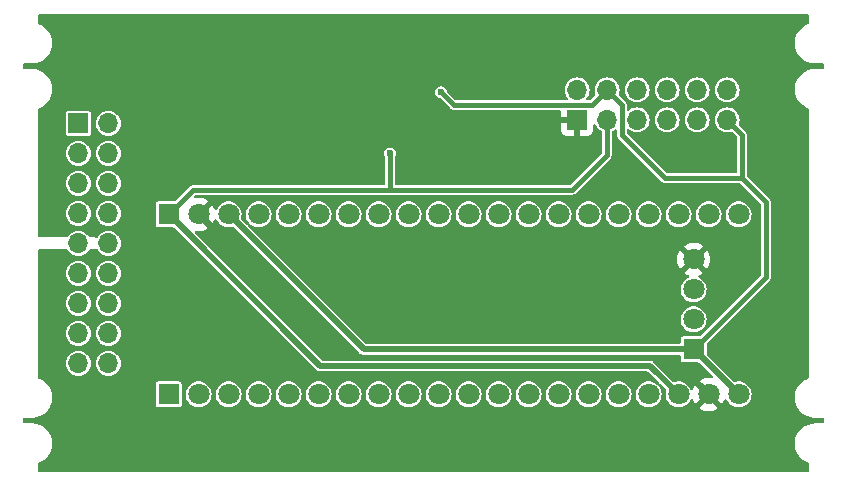
<source format=gbl>
G04 #@! TF.GenerationSoftware,KiCad,Pcbnew,8.0.8*
G04 #@! TF.CreationDate,2025-02-19T14:35:13-05:00*
G04 #@! TF.ProjectId,afe_230v_16a,6166655f-3233-4307-965f-3136612e6b69,rev?*
G04 #@! TF.SameCoordinates,Original*
G04 #@! TF.FileFunction,Copper,L2,Bot*
G04 #@! TF.FilePolarity,Positive*
%FSLAX46Y46*%
G04 Gerber Fmt 4.6, Leading zero omitted, Abs format (unit mm)*
G04 Created by KiCad (PCBNEW 8.0.8) date 2025-02-19 14:35:13*
%MOMM*%
%LPD*%
G01*
G04 APERTURE LIST*
G04 #@! TA.AperFunction,ComponentPad*
%ADD10R,1.800000X1.800000*%
G04 #@! TD*
G04 #@! TA.AperFunction,ComponentPad*
%ADD11C,1.800000*%
G04 #@! TD*
G04 #@! TA.AperFunction,ComponentPad*
%ADD12R,1.700000X1.700000*%
G04 #@! TD*
G04 #@! TA.AperFunction,ComponentPad*
%ADD13O,1.700000X1.700000*%
G04 #@! TD*
G04 #@! TA.AperFunction,ViaPad*
%ADD14C,0.600000*%
G04 #@! TD*
G04 #@! TA.AperFunction,Conductor*
%ADD15C,0.400000*%
G04 #@! TD*
G04 #@! TA.AperFunction,Conductor*
%ADD16C,0.500000*%
G04 #@! TD*
G04 APERTURE END LIST*
D10*
X207970000Y-112110000D03*
D11*
X210510000Y-112110000D03*
X213050000Y-112110000D03*
X215590000Y-112110000D03*
X218130000Y-112110000D03*
X220670000Y-112110000D03*
X223210000Y-112110000D03*
X225750000Y-112110000D03*
X228290000Y-112110000D03*
X230830000Y-112110000D03*
X233370000Y-112110000D03*
X235910000Y-112110000D03*
X238450000Y-112110000D03*
X240990000Y-112110000D03*
X243530000Y-112110000D03*
X246070000Y-112110000D03*
X248610000Y-112110000D03*
X251150000Y-112110000D03*
X253690000Y-112110000D03*
X256230000Y-112110000D03*
X256230000Y-96870000D03*
X253690000Y-96870000D03*
X251150000Y-96870000D03*
X248610000Y-96870000D03*
X246070000Y-96870000D03*
X243530000Y-96870000D03*
X240990000Y-96870000D03*
X238450000Y-96870000D03*
X235910000Y-96870000D03*
X233370000Y-96870000D03*
X230830000Y-96870000D03*
X228290000Y-96870000D03*
X225750000Y-96870000D03*
X223210000Y-96870000D03*
X220670000Y-96870000D03*
X218130000Y-96870000D03*
X215590000Y-96870000D03*
X213050000Y-96870000D03*
X210510000Y-96870000D03*
D10*
X207970000Y-96870000D03*
X252420000Y-108300000D03*
D11*
X252420000Y-105760000D03*
X252420000Y-103220000D03*
X252420000Y-100680000D03*
D12*
X200330000Y-89160000D03*
D13*
X202870000Y-89160000D03*
X200330000Y-91700000D03*
X202870000Y-91700000D03*
X200330000Y-94240000D03*
X202870000Y-94240000D03*
X200330000Y-96780000D03*
X202870000Y-96780000D03*
X200330000Y-99320000D03*
X202870000Y-99320000D03*
X200330000Y-101860000D03*
X202870000Y-101860000D03*
X200330000Y-104400000D03*
X202870000Y-104400000D03*
X200330000Y-106940000D03*
X202870000Y-106940000D03*
X200330000Y-109480000D03*
X202870000Y-109480000D03*
D12*
X242550000Y-88850000D03*
D13*
X242550000Y-86310000D03*
X245090000Y-88850000D03*
X245090000Y-86310000D03*
X247630000Y-88850000D03*
X247630000Y-86310000D03*
X250170000Y-88850000D03*
X250170000Y-86310000D03*
X252710000Y-88850000D03*
X252710000Y-86310000D03*
X255250000Y-88850000D03*
X255250000Y-86310000D03*
D14*
X235556294Y-117820000D03*
X215464126Y-117910000D03*
X245602378Y-117790000D03*
X222947263Y-80970000D03*
X258160000Y-117790000D03*
X210389658Y-81060000D03*
X197490000Y-108310000D03*
X245550952Y-80940000D03*
X197490000Y-105777852D03*
X258108574Y-80940000D03*
X255597036Y-80940000D03*
X212952605Y-117910000D03*
X261580000Y-100780000D03*
X230533252Y-117820000D03*
X215412700Y-81060000D03*
X240527910Y-80940000D03*
X250573994Y-80940000D03*
X217975647Y-117910000D03*
X225510210Y-117820000D03*
X207878137Y-81060000D03*
X227970305Y-80970000D03*
X261580000Y-105844284D03*
X238067815Y-117820000D03*
X212901179Y-81060000D03*
X238016389Y-80970000D03*
X255648462Y-117790000D03*
X197490000Y-95649284D03*
X197490000Y-100713568D03*
X222998689Y-117820000D03*
X207929563Y-117910000D03*
X197490000Y-103245710D03*
X228021731Y-117820000D03*
X261580000Y-90651432D03*
X261580000Y-103312142D03*
X202906521Y-117910000D03*
X240579336Y-117790000D03*
X217924221Y-81060000D03*
X261580000Y-108376432D03*
X197490000Y-93117142D03*
X261580000Y-93183574D03*
X233044773Y-117820000D03*
X210441084Y-117910000D03*
X220487168Y-117820000D03*
X197490000Y-90585000D03*
X243039431Y-80940000D03*
X225458784Y-80970000D03*
X243090857Y-117790000D03*
X261580000Y-95715716D03*
X200343574Y-81060000D03*
X226700000Y-91700000D03*
X230481826Y-80970000D03*
X232993347Y-80970000D03*
X205418042Y-117910000D03*
X261580000Y-98247858D03*
X250625420Y-117790000D03*
X197490000Y-98181426D03*
X253136941Y-117790000D03*
X248113899Y-117790000D03*
X200395000Y-117910000D03*
X235504868Y-80970000D03*
X248062473Y-80940000D03*
X220435742Y-80970000D03*
X231030000Y-86510000D03*
X202855095Y-81060000D03*
X253085515Y-80940000D03*
X205366616Y-81060000D03*
D15*
X250000000Y-93770000D02*
X246340000Y-90110000D01*
D16*
X213050000Y-96870000D02*
X224480000Y-108300000D01*
D15*
X246340000Y-90110000D02*
X246340000Y-87560000D01*
X233910000Y-94800000D02*
X226720000Y-94800000D01*
D16*
X252420000Y-108300000D02*
X256230000Y-112110000D01*
X248740000Y-109700000D02*
X220800000Y-109700000D01*
D15*
X246340000Y-87560000D02*
X245090000Y-86310000D01*
X258550000Y-102170000D02*
X252420000Y-108300000D01*
D16*
X224480000Y-108300000D02*
X252420000Y-108300000D01*
D15*
X242110000Y-94800000D02*
X233910000Y-94800000D01*
D16*
X220800000Y-109700000D02*
X207970000Y-96870000D01*
X251150000Y-112110000D02*
X248740000Y-109700000D01*
D15*
X258550000Y-95820000D02*
X258550000Y-102170000D01*
X226700000Y-94780000D02*
X226720000Y-94800000D01*
X210040000Y-94800000D02*
X207970000Y-96870000D01*
X245090000Y-86310000D02*
X243800000Y-87600000D01*
D16*
X253690000Y-112110000D02*
X250580000Y-109000000D01*
X250580000Y-109000000D02*
X222640000Y-109000000D01*
D15*
X232120000Y-87600000D02*
X231030000Y-86510000D01*
X243800000Y-87600000D02*
X232120000Y-87600000D01*
X256500000Y-93770000D02*
X256500000Y-90100000D01*
X256500000Y-93770000D02*
X250000000Y-93770000D01*
X256500000Y-93770000D02*
X258550000Y-95820000D01*
X256500000Y-90100000D02*
X255250000Y-88850000D01*
X245090000Y-88850000D02*
X245090000Y-91820000D01*
X226720000Y-94800000D02*
X210040000Y-94800000D01*
X245090000Y-91820000D02*
X242110000Y-94800000D01*
X226700000Y-91700000D02*
X226700000Y-94780000D01*
D16*
X222640000Y-109000000D02*
X210510000Y-96870000D01*
G04 #@! TA.AperFunction,Conductor*
G36*
X211661186Y-97667634D02*
G01*
X211745484Y-97538606D01*
X211830151Y-97345584D01*
X211875107Y-97292098D01*
X211941842Y-97271408D01*
X212009170Y-97290082D01*
X212054707Y-97340122D01*
X212110327Y-97451821D01*
X212233237Y-97614581D01*
X212383958Y-97751980D01*
X212383960Y-97751982D01*
X212394158Y-97758296D01*
X212557363Y-97859348D01*
X212747544Y-97933024D01*
X212948024Y-97970500D01*
X212948026Y-97970500D01*
X213151974Y-97970500D01*
X213151976Y-97970500D01*
X213352456Y-97933024D01*
X213366101Y-97927737D01*
X213435720Y-97921872D01*
X213497462Y-97954579D01*
X213498578Y-97955681D01*
X224203386Y-108660489D01*
X224306113Y-108719799D01*
X224330321Y-108726284D01*
X224330324Y-108726286D01*
X224330325Y-108726286D01*
X224357580Y-108733589D01*
X224420691Y-108750500D01*
X251195500Y-108750500D01*
X251262539Y-108770185D01*
X251308294Y-108822989D01*
X251319500Y-108874500D01*
X251319500Y-109219752D01*
X251331131Y-109278229D01*
X251331132Y-109278230D01*
X251375447Y-109344552D01*
X251441769Y-109388867D01*
X251441770Y-109388868D01*
X251500247Y-109400499D01*
X251500250Y-109400500D01*
X251500252Y-109400500D01*
X252832035Y-109400500D01*
X252899074Y-109420185D01*
X252919716Y-109436819D01*
X253996688Y-110513791D01*
X254030173Y-110575114D01*
X254025189Y-110644806D01*
X253983317Y-110700739D01*
X253917853Y-110725156D01*
X253888599Y-110723781D01*
X253806008Y-110710000D01*
X253573993Y-110710000D01*
X253345139Y-110748188D01*
X253125706Y-110823520D01*
X253125697Y-110823523D01*
X252921650Y-110933949D01*
X252891200Y-110957647D01*
X253560591Y-111627037D01*
X253497007Y-111644075D01*
X253382993Y-111709901D01*
X253289901Y-111802993D01*
X253224075Y-111917007D01*
X253207037Y-111980590D01*
X252538812Y-111312365D01*
X252454516Y-111441391D01*
X252454514Y-111441395D01*
X252369848Y-111634415D01*
X252324892Y-111687901D01*
X252258156Y-111708591D01*
X252190828Y-111689916D01*
X252145292Y-111639877D01*
X252105765Y-111560497D01*
X252089673Y-111528179D01*
X252024134Y-111441391D01*
X251966762Y-111365418D01*
X251816041Y-111228019D01*
X251816039Y-111228017D01*
X251642642Y-111120655D01*
X251642635Y-111120651D01*
X251500135Y-111065447D01*
X251452456Y-111046976D01*
X251251976Y-111009500D01*
X251048024Y-111009500D01*
X250985793Y-111021133D01*
X250847542Y-111046976D01*
X250847536Y-111046978D01*
X250833892Y-111052264D01*
X250764269Y-111058124D01*
X250702530Y-111025412D01*
X250701421Y-111024317D01*
X249016616Y-109339513D01*
X249016614Y-109339511D01*
X248965250Y-109309856D01*
X248913888Y-109280201D01*
X248901780Y-109276957D01*
X248889673Y-109273713D01*
X248889670Y-109273712D01*
X248851478Y-109263478D01*
X248799309Y-109249500D01*
X248799308Y-109249500D01*
X221037965Y-109249500D01*
X220970926Y-109229815D01*
X220950284Y-109213181D01*
X210203311Y-98466208D01*
X210169826Y-98404885D01*
X210174810Y-98335193D01*
X210216682Y-98279260D01*
X210282146Y-98254843D01*
X210311401Y-98256218D01*
X210393993Y-98270000D01*
X210626007Y-98270000D01*
X210854860Y-98231811D01*
X211074293Y-98156479D01*
X211074301Y-98156476D01*
X211278355Y-98046047D01*
X211308797Y-98022351D01*
X211308798Y-98022351D01*
X210639409Y-97352962D01*
X210702993Y-97335925D01*
X210817007Y-97270099D01*
X210910099Y-97177007D01*
X210975925Y-97062993D01*
X210992962Y-96999409D01*
X211661186Y-97667634D01*
G37*
G04 #@! TD.AperFunction*
G04 #@! TA.AperFunction,Conductor*
G36*
X245870013Y-89662607D02*
G01*
X245921573Y-89709760D01*
X245939500Y-89773982D01*
X245939500Y-90057273D01*
X245939500Y-90162727D01*
X245949184Y-90198868D01*
X245966793Y-90264589D01*
X245993156Y-90310250D01*
X246019520Y-90355913D01*
X246019521Y-90355914D01*
X246019522Y-90355915D01*
X249675179Y-94011571D01*
X249675189Y-94011582D01*
X249679519Y-94015912D01*
X249679520Y-94015913D01*
X249754087Y-94090480D01*
X249845413Y-94143207D01*
X249947273Y-94170501D01*
X249947275Y-94170501D01*
X250060323Y-94170501D01*
X250060339Y-94170500D01*
X256282745Y-94170500D01*
X256349784Y-94190185D01*
X256370426Y-94206819D01*
X258113181Y-95949574D01*
X258146666Y-96010897D01*
X258149500Y-96037255D01*
X258149500Y-101952745D01*
X258129815Y-102019784D01*
X258113181Y-102040426D01*
X252990426Y-107163181D01*
X252929103Y-107196666D01*
X252902745Y-107199500D01*
X251500247Y-107199500D01*
X251441770Y-107211131D01*
X251441769Y-107211132D01*
X251375447Y-107255447D01*
X251331132Y-107321769D01*
X251331131Y-107321770D01*
X251319500Y-107380247D01*
X251319500Y-107725500D01*
X251299815Y-107792539D01*
X251247011Y-107838294D01*
X251195500Y-107849500D01*
X224717965Y-107849500D01*
X224650926Y-107829815D01*
X224630284Y-107813181D01*
X222577102Y-105759999D01*
X251314785Y-105759999D01*
X251314785Y-105760000D01*
X251333602Y-105963082D01*
X251389417Y-106159247D01*
X251389422Y-106159260D01*
X251480327Y-106341821D01*
X251603237Y-106504581D01*
X251753958Y-106641980D01*
X251753960Y-106641982D01*
X251853141Y-106703392D01*
X251927363Y-106749348D01*
X252117544Y-106823024D01*
X252318024Y-106860500D01*
X252318026Y-106860500D01*
X252521974Y-106860500D01*
X252521976Y-106860500D01*
X252722456Y-106823024D01*
X252912637Y-106749348D01*
X253086041Y-106641981D01*
X253236764Y-106504579D01*
X253359673Y-106341821D01*
X253450582Y-106159250D01*
X253506397Y-105963083D01*
X253525215Y-105760000D01*
X253506397Y-105556917D01*
X253450582Y-105360750D01*
X253359673Y-105178179D01*
X253236764Y-105015421D01*
X253236762Y-105015418D01*
X253086041Y-104878019D01*
X253086039Y-104878017D01*
X252912642Y-104770655D01*
X252912635Y-104770651D01*
X252817546Y-104733814D01*
X252722456Y-104696976D01*
X252521976Y-104659500D01*
X252318024Y-104659500D01*
X252117544Y-104696976D01*
X252117541Y-104696976D01*
X252117541Y-104696977D01*
X251927364Y-104770651D01*
X251927357Y-104770655D01*
X251753960Y-104878017D01*
X251753958Y-104878019D01*
X251603237Y-105015418D01*
X251480327Y-105178178D01*
X251389422Y-105360739D01*
X251389417Y-105360752D01*
X251333602Y-105556917D01*
X251314785Y-105759999D01*
X222577102Y-105759999D01*
X217497097Y-100679994D01*
X251015202Y-100679994D01*
X251015202Y-100680005D01*
X251034361Y-100911218D01*
X251091317Y-101136135D01*
X251184516Y-101348609D01*
X251268811Y-101477633D01*
X251937037Y-100809408D01*
X251954075Y-100872993D01*
X252019901Y-100987007D01*
X252112993Y-101080099D01*
X252227007Y-101145925D01*
X252290590Y-101162962D01*
X251621201Y-101832351D01*
X251651649Y-101856050D01*
X251855697Y-101966476D01*
X251855706Y-101966479D01*
X251934081Y-101993386D01*
X251991096Y-102033771D01*
X252017227Y-102098571D01*
X252004176Y-102167211D01*
X251956087Y-102217899D01*
X251938615Y-102226292D01*
X251927373Y-102230647D01*
X251927357Y-102230655D01*
X251753960Y-102338017D01*
X251753958Y-102338019D01*
X251603237Y-102475418D01*
X251480327Y-102638178D01*
X251389422Y-102820739D01*
X251389417Y-102820752D01*
X251333602Y-103016917D01*
X251314785Y-103219999D01*
X251314785Y-103220000D01*
X251333602Y-103423082D01*
X251389417Y-103619247D01*
X251389422Y-103619260D01*
X251480327Y-103801821D01*
X251603237Y-103964581D01*
X251753958Y-104101980D01*
X251753960Y-104101982D01*
X251853141Y-104163392D01*
X251927363Y-104209348D01*
X252117544Y-104283024D01*
X252318024Y-104320500D01*
X252318026Y-104320500D01*
X252521974Y-104320500D01*
X252521976Y-104320500D01*
X252722456Y-104283024D01*
X252912637Y-104209348D01*
X253086041Y-104101981D01*
X253236764Y-103964579D01*
X253359673Y-103801821D01*
X253450582Y-103619250D01*
X253506397Y-103423083D01*
X253525215Y-103220000D01*
X253506397Y-103016917D01*
X253450582Y-102820750D01*
X253359673Y-102638179D01*
X253236764Y-102475421D01*
X253236762Y-102475418D01*
X253086041Y-102338019D01*
X253086039Y-102338017D01*
X252912642Y-102230655D01*
X252912641Y-102230654D01*
X252912637Y-102230652D01*
X252912632Y-102230650D01*
X252912626Y-102230647D01*
X252901387Y-102226293D01*
X252845985Y-102183720D01*
X252822395Y-102117954D01*
X252838106Y-102049873D01*
X252888130Y-102001094D01*
X252905919Y-101993386D01*
X252984290Y-101966481D01*
X252984301Y-101966476D01*
X253188355Y-101856047D01*
X253218797Y-101832351D01*
X253218798Y-101832350D01*
X252549410Y-101162962D01*
X252612993Y-101145925D01*
X252727007Y-101080099D01*
X252820099Y-100987007D01*
X252885925Y-100872993D01*
X252902962Y-100809409D01*
X253571186Y-101477634D01*
X253655484Y-101348606D01*
X253748682Y-101136135D01*
X253805638Y-100911218D01*
X253824798Y-100680005D01*
X253824798Y-100679994D01*
X253805638Y-100448781D01*
X253748682Y-100223864D01*
X253655483Y-100011390D01*
X253571186Y-99882364D01*
X252902962Y-100550589D01*
X252885925Y-100487007D01*
X252820099Y-100372993D01*
X252727007Y-100279901D01*
X252612993Y-100214075D01*
X252549409Y-100197037D01*
X253218797Y-99527647D01*
X253218797Y-99527645D01*
X253188360Y-99503955D01*
X253188354Y-99503951D01*
X252984302Y-99393523D01*
X252984293Y-99393520D01*
X252764860Y-99318188D01*
X252536007Y-99280000D01*
X252303993Y-99280000D01*
X252075139Y-99318188D01*
X251855706Y-99393520D01*
X251855697Y-99393523D01*
X251651650Y-99503949D01*
X251621200Y-99527647D01*
X252290591Y-100197037D01*
X252227007Y-100214075D01*
X252112993Y-100279901D01*
X252019901Y-100372993D01*
X251954075Y-100487007D01*
X251937037Y-100550590D01*
X251268812Y-99882365D01*
X251184516Y-100011391D01*
X251184514Y-100011395D01*
X251091317Y-100223864D01*
X251034361Y-100448781D01*
X251015202Y-100679994D01*
X217497097Y-100679994D01*
X214703661Y-97886558D01*
X214670176Y-97825235D01*
X214673726Y-97775586D01*
X214642856Y-97782438D01*
X214577290Y-97758296D01*
X214563502Y-97746399D01*
X214133387Y-97316284D01*
X214099902Y-97254961D01*
X214101802Y-97194668D01*
X214104850Y-97183956D01*
X214136397Y-97073083D01*
X214155215Y-96870000D01*
X214155215Y-96869999D01*
X214484785Y-96869999D01*
X214484785Y-96870000D01*
X214503602Y-97073082D01*
X214559417Y-97269247D01*
X214559422Y-97269260D01*
X214650327Y-97451821D01*
X214750137Y-97583991D01*
X214774829Y-97649353D01*
X214768183Y-97680531D01*
X214782496Y-97675193D01*
X214850769Y-97690045D01*
X214874880Y-97707240D01*
X214923958Y-97751980D01*
X214923960Y-97751982D01*
X214934158Y-97758296D01*
X215097363Y-97859348D01*
X215287544Y-97933024D01*
X215488024Y-97970500D01*
X215488026Y-97970500D01*
X215691974Y-97970500D01*
X215691976Y-97970500D01*
X215892456Y-97933024D01*
X216082637Y-97859348D01*
X216256041Y-97751981D01*
X216406764Y-97614579D01*
X216529673Y-97451821D01*
X216620582Y-97269250D01*
X216676397Y-97073083D01*
X216695215Y-96870000D01*
X216695215Y-96869999D01*
X217024785Y-96869999D01*
X217024785Y-96870000D01*
X217043602Y-97073082D01*
X217099417Y-97269247D01*
X217099422Y-97269260D01*
X217190327Y-97451821D01*
X217313237Y-97614581D01*
X217463958Y-97751980D01*
X217463960Y-97751982D01*
X217474158Y-97758296D01*
X217637363Y-97859348D01*
X217827544Y-97933024D01*
X218028024Y-97970500D01*
X218028026Y-97970500D01*
X218231974Y-97970500D01*
X218231976Y-97970500D01*
X218432456Y-97933024D01*
X218622637Y-97859348D01*
X218796041Y-97751981D01*
X218946764Y-97614579D01*
X219069673Y-97451821D01*
X219160582Y-97269250D01*
X219216397Y-97073083D01*
X219235215Y-96870000D01*
X219235215Y-96869999D01*
X219564785Y-96869999D01*
X219564785Y-96870000D01*
X219583602Y-97073082D01*
X219639417Y-97269247D01*
X219639422Y-97269260D01*
X219730327Y-97451821D01*
X219853237Y-97614581D01*
X220003958Y-97751980D01*
X220003960Y-97751982D01*
X220014158Y-97758296D01*
X220177363Y-97859348D01*
X220367544Y-97933024D01*
X220568024Y-97970500D01*
X220568026Y-97970500D01*
X220771974Y-97970500D01*
X220771976Y-97970500D01*
X220972456Y-97933024D01*
X221162637Y-97859348D01*
X221336041Y-97751981D01*
X221486764Y-97614579D01*
X221609673Y-97451821D01*
X221700582Y-97269250D01*
X221756397Y-97073083D01*
X221775215Y-96870000D01*
X221775215Y-96869999D01*
X222104785Y-96869999D01*
X222104785Y-96870000D01*
X222123602Y-97073082D01*
X222179417Y-97269247D01*
X222179422Y-97269260D01*
X222270327Y-97451821D01*
X222393237Y-97614581D01*
X222543958Y-97751980D01*
X222543960Y-97751982D01*
X222554158Y-97758296D01*
X222717363Y-97859348D01*
X222907544Y-97933024D01*
X223108024Y-97970500D01*
X223108026Y-97970500D01*
X223311974Y-97970500D01*
X223311976Y-97970500D01*
X223512456Y-97933024D01*
X223702637Y-97859348D01*
X223876041Y-97751981D01*
X224026764Y-97614579D01*
X224149673Y-97451821D01*
X224240582Y-97269250D01*
X224296397Y-97073083D01*
X224315215Y-96870000D01*
X224315215Y-96869999D01*
X224644785Y-96869999D01*
X224644785Y-96870000D01*
X224663602Y-97073082D01*
X224719417Y-97269247D01*
X224719422Y-97269260D01*
X224810327Y-97451821D01*
X224933237Y-97614581D01*
X225083958Y-97751980D01*
X225083960Y-97751982D01*
X225094158Y-97758296D01*
X225257363Y-97859348D01*
X225447544Y-97933024D01*
X225648024Y-97970500D01*
X225648026Y-97970500D01*
X225851974Y-97970500D01*
X225851976Y-97970500D01*
X226052456Y-97933024D01*
X226242637Y-97859348D01*
X226416041Y-97751981D01*
X226566764Y-97614579D01*
X226689673Y-97451821D01*
X226780582Y-97269250D01*
X226836397Y-97073083D01*
X226855215Y-96870000D01*
X226855215Y-96869999D01*
X227184785Y-96869999D01*
X227184785Y-96870000D01*
X227203602Y-97073082D01*
X227259417Y-97269247D01*
X227259422Y-97269260D01*
X227350327Y-97451821D01*
X227473237Y-97614581D01*
X227623958Y-97751980D01*
X227623960Y-97751982D01*
X227634158Y-97758296D01*
X227797363Y-97859348D01*
X227987544Y-97933024D01*
X228188024Y-97970500D01*
X228188026Y-97970500D01*
X228391974Y-97970500D01*
X228391976Y-97970500D01*
X228592456Y-97933024D01*
X228782637Y-97859348D01*
X228956041Y-97751981D01*
X229106764Y-97614579D01*
X229229673Y-97451821D01*
X229320582Y-97269250D01*
X229376397Y-97073083D01*
X229395215Y-96870000D01*
X229395215Y-96869999D01*
X229724785Y-96869999D01*
X229724785Y-96870000D01*
X229743602Y-97073082D01*
X229799417Y-97269247D01*
X229799422Y-97269260D01*
X229890327Y-97451821D01*
X230013237Y-97614581D01*
X230163958Y-97751980D01*
X230163960Y-97751982D01*
X230174158Y-97758296D01*
X230337363Y-97859348D01*
X230527544Y-97933024D01*
X230728024Y-97970500D01*
X230728026Y-97970500D01*
X230931974Y-97970500D01*
X230931976Y-97970500D01*
X231132456Y-97933024D01*
X231322637Y-97859348D01*
X231496041Y-97751981D01*
X231646764Y-97614579D01*
X231769673Y-97451821D01*
X231860582Y-97269250D01*
X231916397Y-97073083D01*
X231935215Y-96870000D01*
X231935215Y-96869999D01*
X232264785Y-96869999D01*
X232264785Y-96870000D01*
X232283602Y-97073082D01*
X232339417Y-97269247D01*
X232339422Y-97269260D01*
X232430327Y-97451821D01*
X232553237Y-97614581D01*
X232703958Y-97751980D01*
X232703960Y-97751982D01*
X232714158Y-97758296D01*
X232877363Y-97859348D01*
X233067544Y-97933024D01*
X233268024Y-97970500D01*
X233268026Y-97970500D01*
X233471974Y-97970500D01*
X233471976Y-97970500D01*
X233672456Y-97933024D01*
X233862637Y-97859348D01*
X234036041Y-97751981D01*
X234186764Y-97614579D01*
X234309673Y-97451821D01*
X234400582Y-97269250D01*
X234456397Y-97073083D01*
X234475215Y-96870000D01*
X234475215Y-96869999D01*
X234804785Y-96869999D01*
X234804785Y-96870000D01*
X234823602Y-97073082D01*
X234879417Y-97269247D01*
X234879422Y-97269260D01*
X234970327Y-97451821D01*
X235093237Y-97614581D01*
X235243958Y-97751980D01*
X235243960Y-97751982D01*
X235254158Y-97758296D01*
X235417363Y-97859348D01*
X235607544Y-97933024D01*
X235808024Y-97970500D01*
X235808026Y-97970500D01*
X236011974Y-97970500D01*
X236011976Y-97970500D01*
X236212456Y-97933024D01*
X236402637Y-97859348D01*
X236576041Y-97751981D01*
X236726764Y-97614579D01*
X236849673Y-97451821D01*
X236940582Y-97269250D01*
X236996397Y-97073083D01*
X237015215Y-96870000D01*
X237015215Y-96869999D01*
X237344785Y-96869999D01*
X237344785Y-96870000D01*
X237363602Y-97073082D01*
X237419417Y-97269247D01*
X237419422Y-97269260D01*
X237510327Y-97451821D01*
X237633237Y-97614581D01*
X237783958Y-97751980D01*
X237783960Y-97751982D01*
X237794158Y-97758296D01*
X237957363Y-97859348D01*
X238147544Y-97933024D01*
X238348024Y-97970500D01*
X238348026Y-97970500D01*
X238551974Y-97970500D01*
X238551976Y-97970500D01*
X238752456Y-97933024D01*
X238942637Y-97859348D01*
X239116041Y-97751981D01*
X239266764Y-97614579D01*
X239389673Y-97451821D01*
X239480582Y-97269250D01*
X239536397Y-97073083D01*
X239555215Y-96870000D01*
X239555215Y-96869999D01*
X239884785Y-96869999D01*
X239884785Y-96870000D01*
X239903602Y-97073082D01*
X239959417Y-97269247D01*
X239959422Y-97269260D01*
X240050327Y-97451821D01*
X240173237Y-97614581D01*
X240323958Y-97751980D01*
X240323960Y-97751982D01*
X240334158Y-97758296D01*
X240497363Y-97859348D01*
X240687544Y-97933024D01*
X240888024Y-97970500D01*
X240888026Y-97970500D01*
X241091974Y-97970500D01*
X241091976Y-97970500D01*
X241292456Y-97933024D01*
X241482637Y-97859348D01*
X241656041Y-97751981D01*
X241806764Y-97614579D01*
X241929673Y-97451821D01*
X242020582Y-97269250D01*
X242076397Y-97073083D01*
X242095215Y-96870000D01*
X242095215Y-96869999D01*
X242424785Y-96869999D01*
X242424785Y-96870000D01*
X242443602Y-97073082D01*
X242499417Y-97269247D01*
X242499422Y-97269260D01*
X242590327Y-97451821D01*
X242713237Y-97614581D01*
X242863958Y-97751980D01*
X242863960Y-97751982D01*
X242874158Y-97758296D01*
X243037363Y-97859348D01*
X243227544Y-97933024D01*
X243428024Y-97970500D01*
X243428026Y-97970500D01*
X243631974Y-97970500D01*
X243631976Y-97970500D01*
X243832456Y-97933024D01*
X244022637Y-97859348D01*
X244196041Y-97751981D01*
X244346764Y-97614579D01*
X244469673Y-97451821D01*
X244560582Y-97269250D01*
X244616397Y-97073083D01*
X244635215Y-96870000D01*
X244635215Y-96869999D01*
X244964785Y-96869999D01*
X244964785Y-96870000D01*
X244983602Y-97073082D01*
X245039417Y-97269247D01*
X245039422Y-97269260D01*
X245130327Y-97451821D01*
X245253237Y-97614581D01*
X245403958Y-97751980D01*
X245403960Y-97751982D01*
X245414158Y-97758296D01*
X245577363Y-97859348D01*
X245767544Y-97933024D01*
X245968024Y-97970500D01*
X245968026Y-97970500D01*
X246171974Y-97970500D01*
X246171976Y-97970500D01*
X246372456Y-97933024D01*
X246562637Y-97859348D01*
X246736041Y-97751981D01*
X246886764Y-97614579D01*
X247009673Y-97451821D01*
X247100582Y-97269250D01*
X247156397Y-97073083D01*
X247175215Y-96870000D01*
X247175215Y-96869999D01*
X247504785Y-96869999D01*
X247504785Y-96870000D01*
X247523602Y-97073082D01*
X247579417Y-97269247D01*
X247579422Y-97269260D01*
X247670327Y-97451821D01*
X247793237Y-97614581D01*
X247943958Y-97751980D01*
X247943960Y-97751982D01*
X247954158Y-97758296D01*
X248117363Y-97859348D01*
X248307544Y-97933024D01*
X248508024Y-97970500D01*
X248508026Y-97970500D01*
X248711974Y-97970500D01*
X248711976Y-97970500D01*
X248912456Y-97933024D01*
X249102637Y-97859348D01*
X249276041Y-97751981D01*
X249426764Y-97614579D01*
X249549673Y-97451821D01*
X249640582Y-97269250D01*
X249696397Y-97073083D01*
X249715215Y-96870000D01*
X249715215Y-96869999D01*
X250044785Y-96869999D01*
X250044785Y-96870000D01*
X250063602Y-97073082D01*
X250119417Y-97269247D01*
X250119422Y-97269260D01*
X250210327Y-97451821D01*
X250333237Y-97614581D01*
X250483958Y-97751980D01*
X250483960Y-97751982D01*
X250494158Y-97758296D01*
X250657363Y-97859348D01*
X250847544Y-97933024D01*
X251048024Y-97970500D01*
X251048026Y-97970500D01*
X251251974Y-97970500D01*
X251251976Y-97970500D01*
X251452456Y-97933024D01*
X251642637Y-97859348D01*
X251816041Y-97751981D01*
X251966764Y-97614579D01*
X252089673Y-97451821D01*
X252180582Y-97269250D01*
X252236397Y-97073083D01*
X252255215Y-96870000D01*
X252255215Y-96869999D01*
X252584785Y-96869999D01*
X252584785Y-96870000D01*
X252603602Y-97073082D01*
X252659417Y-97269247D01*
X252659422Y-97269260D01*
X252750327Y-97451821D01*
X252873237Y-97614581D01*
X253023958Y-97751980D01*
X253023960Y-97751982D01*
X253034158Y-97758296D01*
X253197363Y-97859348D01*
X253387544Y-97933024D01*
X253588024Y-97970500D01*
X253588026Y-97970500D01*
X253791974Y-97970500D01*
X253791976Y-97970500D01*
X253992456Y-97933024D01*
X254182637Y-97859348D01*
X254356041Y-97751981D01*
X254506764Y-97614579D01*
X254629673Y-97451821D01*
X254720582Y-97269250D01*
X254776397Y-97073083D01*
X254795215Y-96870000D01*
X254795215Y-96869999D01*
X255124785Y-96869999D01*
X255124785Y-96870000D01*
X255143602Y-97073082D01*
X255199417Y-97269247D01*
X255199422Y-97269260D01*
X255290327Y-97451821D01*
X255413237Y-97614581D01*
X255563958Y-97751980D01*
X255563960Y-97751982D01*
X255574158Y-97758296D01*
X255737363Y-97859348D01*
X255927544Y-97933024D01*
X256128024Y-97970500D01*
X256128026Y-97970500D01*
X256331974Y-97970500D01*
X256331976Y-97970500D01*
X256532456Y-97933024D01*
X256722637Y-97859348D01*
X256896041Y-97751981D01*
X257046764Y-97614579D01*
X257169673Y-97451821D01*
X257260582Y-97269250D01*
X257316397Y-97073083D01*
X257335215Y-96870000D01*
X257329115Y-96804174D01*
X257316397Y-96666917D01*
X257298934Y-96605541D01*
X257260582Y-96470750D01*
X257260159Y-96469901D01*
X257210415Y-96370000D01*
X257169673Y-96288179D01*
X257046764Y-96125421D01*
X257046762Y-96125418D01*
X256896041Y-95988019D01*
X256896039Y-95988017D01*
X256722642Y-95880655D01*
X256722635Y-95880651D01*
X256580135Y-95825447D01*
X256532456Y-95806976D01*
X256331976Y-95769500D01*
X256128024Y-95769500D01*
X255927544Y-95806976D01*
X255927541Y-95806976D01*
X255927541Y-95806977D01*
X255737364Y-95880651D01*
X255737357Y-95880655D01*
X255563960Y-95988017D01*
X255563958Y-95988019D01*
X255413237Y-96125418D01*
X255290327Y-96288178D01*
X255199422Y-96470739D01*
X255199417Y-96470752D01*
X255143602Y-96666917D01*
X255124785Y-96869999D01*
X254795215Y-96869999D01*
X254789115Y-96804174D01*
X254776397Y-96666917D01*
X254758934Y-96605541D01*
X254720582Y-96470750D01*
X254720159Y-96469901D01*
X254670415Y-96370000D01*
X254629673Y-96288179D01*
X254506764Y-96125421D01*
X254506762Y-96125418D01*
X254356041Y-95988019D01*
X254356039Y-95988017D01*
X254182642Y-95880655D01*
X254182635Y-95880651D01*
X254040135Y-95825447D01*
X253992456Y-95806976D01*
X253791976Y-95769500D01*
X253588024Y-95769500D01*
X253387544Y-95806976D01*
X253387541Y-95806976D01*
X253387541Y-95806977D01*
X253197364Y-95880651D01*
X253197357Y-95880655D01*
X253023960Y-95988017D01*
X253023958Y-95988019D01*
X252873237Y-96125418D01*
X252750327Y-96288178D01*
X252659422Y-96470739D01*
X252659417Y-96470752D01*
X252603602Y-96666917D01*
X252584785Y-96869999D01*
X252255215Y-96869999D01*
X252249115Y-96804174D01*
X252236397Y-96666917D01*
X252218934Y-96605541D01*
X252180582Y-96470750D01*
X252180159Y-96469901D01*
X252130415Y-96370000D01*
X252089673Y-96288179D01*
X251966764Y-96125421D01*
X251966762Y-96125418D01*
X251816041Y-95988019D01*
X251816039Y-95988017D01*
X251642642Y-95880655D01*
X251642635Y-95880651D01*
X251500135Y-95825447D01*
X251452456Y-95806976D01*
X251251976Y-95769500D01*
X251048024Y-95769500D01*
X250847544Y-95806976D01*
X250847541Y-95806976D01*
X250847541Y-95806977D01*
X250657364Y-95880651D01*
X250657357Y-95880655D01*
X250483960Y-95988017D01*
X250483958Y-95988019D01*
X250333237Y-96125418D01*
X250210327Y-96288178D01*
X250119422Y-96470739D01*
X250119417Y-96470752D01*
X250063602Y-96666917D01*
X250044785Y-96869999D01*
X249715215Y-96869999D01*
X249709115Y-96804174D01*
X249696397Y-96666917D01*
X249678934Y-96605541D01*
X249640582Y-96470750D01*
X249640159Y-96469901D01*
X249590415Y-96370000D01*
X249549673Y-96288179D01*
X249426764Y-96125421D01*
X249426762Y-96125418D01*
X249276041Y-95988019D01*
X249276039Y-95988017D01*
X249102642Y-95880655D01*
X249102635Y-95880651D01*
X248960135Y-95825447D01*
X248912456Y-95806976D01*
X248711976Y-95769500D01*
X248508024Y-95769500D01*
X248307544Y-95806976D01*
X248307541Y-95806976D01*
X248307541Y-95806977D01*
X248117364Y-95880651D01*
X248117357Y-95880655D01*
X247943960Y-95988017D01*
X247943958Y-95988019D01*
X247793237Y-96125418D01*
X247670327Y-96288178D01*
X247579422Y-96470739D01*
X247579417Y-96470752D01*
X247523602Y-96666917D01*
X247504785Y-96869999D01*
X247175215Y-96869999D01*
X247169115Y-96804174D01*
X247156397Y-96666917D01*
X247138934Y-96605541D01*
X247100582Y-96470750D01*
X247100159Y-96469901D01*
X247050415Y-96370000D01*
X247009673Y-96288179D01*
X246886764Y-96125421D01*
X246886762Y-96125418D01*
X246736041Y-95988019D01*
X246736039Y-95988017D01*
X246562642Y-95880655D01*
X246562635Y-95880651D01*
X246420135Y-95825447D01*
X246372456Y-95806976D01*
X246171976Y-95769500D01*
X245968024Y-95769500D01*
X245767544Y-95806976D01*
X245767541Y-95806976D01*
X245767541Y-95806977D01*
X245577364Y-95880651D01*
X245577357Y-95880655D01*
X245403960Y-95988017D01*
X245403958Y-95988019D01*
X245253237Y-96125418D01*
X245130327Y-96288178D01*
X245039422Y-96470739D01*
X245039417Y-96470752D01*
X244983602Y-96666917D01*
X244964785Y-96869999D01*
X244635215Y-96869999D01*
X244629115Y-96804174D01*
X244616397Y-96666917D01*
X244598934Y-96605541D01*
X244560582Y-96470750D01*
X244560159Y-96469901D01*
X244510415Y-96370000D01*
X244469673Y-96288179D01*
X244346764Y-96125421D01*
X244346762Y-96125418D01*
X244196041Y-95988019D01*
X244196039Y-95988017D01*
X244022642Y-95880655D01*
X244022635Y-95880651D01*
X243880135Y-95825447D01*
X243832456Y-95806976D01*
X243631976Y-95769500D01*
X243428024Y-95769500D01*
X243227544Y-95806976D01*
X243227541Y-95806976D01*
X243227541Y-95806977D01*
X243037364Y-95880651D01*
X243037357Y-95880655D01*
X242863960Y-95988017D01*
X242863958Y-95988019D01*
X242713237Y-96125418D01*
X242590327Y-96288178D01*
X242499422Y-96470739D01*
X242499417Y-96470752D01*
X242443602Y-96666917D01*
X242424785Y-96869999D01*
X242095215Y-96869999D01*
X242089115Y-96804174D01*
X242076397Y-96666917D01*
X242058934Y-96605541D01*
X242020582Y-96470750D01*
X242020159Y-96469901D01*
X241970415Y-96370000D01*
X241929673Y-96288179D01*
X241806764Y-96125421D01*
X241806762Y-96125418D01*
X241656041Y-95988019D01*
X241656039Y-95988017D01*
X241482642Y-95880655D01*
X241482635Y-95880651D01*
X241340135Y-95825447D01*
X241292456Y-95806976D01*
X241091976Y-95769500D01*
X240888024Y-95769500D01*
X240687544Y-95806976D01*
X240687541Y-95806976D01*
X240687541Y-95806977D01*
X240497364Y-95880651D01*
X240497357Y-95880655D01*
X240323960Y-95988017D01*
X240323958Y-95988019D01*
X240173237Y-96125418D01*
X240050327Y-96288178D01*
X239959422Y-96470739D01*
X239959417Y-96470752D01*
X239903602Y-96666917D01*
X239884785Y-96869999D01*
X239555215Y-96869999D01*
X239549115Y-96804174D01*
X239536397Y-96666917D01*
X239518934Y-96605541D01*
X239480582Y-96470750D01*
X239480159Y-96469901D01*
X239430415Y-96370000D01*
X239389673Y-96288179D01*
X239266764Y-96125421D01*
X239266762Y-96125418D01*
X239116041Y-95988019D01*
X239116039Y-95988017D01*
X238942642Y-95880655D01*
X238942635Y-95880651D01*
X238800135Y-95825447D01*
X238752456Y-95806976D01*
X238551976Y-95769500D01*
X238348024Y-95769500D01*
X238147544Y-95806976D01*
X238147541Y-95806976D01*
X238147541Y-95806977D01*
X237957364Y-95880651D01*
X237957357Y-95880655D01*
X237783960Y-95988017D01*
X237783958Y-95988019D01*
X237633237Y-96125418D01*
X237510327Y-96288178D01*
X237419422Y-96470739D01*
X237419417Y-96470752D01*
X237363602Y-96666917D01*
X237344785Y-96869999D01*
X237015215Y-96869999D01*
X237009115Y-96804174D01*
X236996397Y-96666917D01*
X236978934Y-96605541D01*
X236940582Y-96470750D01*
X236940159Y-96469901D01*
X236890415Y-96370000D01*
X236849673Y-96288179D01*
X236726764Y-96125421D01*
X236726762Y-96125418D01*
X236576041Y-95988019D01*
X236576039Y-95988017D01*
X236402642Y-95880655D01*
X236402635Y-95880651D01*
X236260135Y-95825447D01*
X236212456Y-95806976D01*
X236011976Y-95769500D01*
X235808024Y-95769500D01*
X235607544Y-95806976D01*
X235607541Y-95806976D01*
X235607541Y-95806977D01*
X235417364Y-95880651D01*
X235417357Y-95880655D01*
X235243960Y-95988017D01*
X235243958Y-95988019D01*
X235093237Y-96125418D01*
X234970327Y-96288178D01*
X234879422Y-96470739D01*
X234879417Y-96470752D01*
X234823602Y-96666917D01*
X234804785Y-96869999D01*
X234475215Y-96869999D01*
X234469115Y-96804174D01*
X234456397Y-96666917D01*
X234438934Y-96605541D01*
X234400582Y-96470750D01*
X234400159Y-96469901D01*
X234350415Y-96370000D01*
X234309673Y-96288179D01*
X234186764Y-96125421D01*
X234186762Y-96125418D01*
X234036041Y-95988019D01*
X234036039Y-95988017D01*
X233862642Y-95880655D01*
X233862635Y-95880651D01*
X233720135Y-95825447D01*
X233672456Y-95806976D01*
X233471976Y-95769500D01*
X233268024Y-95769500D01*
X233067544Y-95806976D01*
X233067541Y-95806976D01*
X233067541Y-95806977D01*
X232877364Y-95880651D01*
X232877357Y-95880655D01*
X232703960Y-95988017D01*
X232703958Y-95988019D01*
X232553237Y-96125418D01*
X232430327Y-96288178D01*
X232339422Y-96470739D01*
X232339417Y-96470752D01*
X232283602Y-96666917D01*
X232264785Y-96869999D01*
X231935215Y-96869999D01*
X231929115Y-96804174D01*
X231916397Y-96666917D01*
X231898934Y-96605541D01*
X231860582Y-96470750D01*
X231860159Y-96469901D01*
X231810415Y-96370000D01*
X231769673Y-96288179D01*
X231646764Y-96125421D01*
X231646762Y-96125418D01*
X231496041Y-95988019D01*
X231496039Y-95988017D01*
X231322642Y-95880655D01*
X231322635Y-95880651D01*
X231180135Y-95825447D01*
X231132456Y-95806976D01*
X230931976Y-95769500D01*
X230728024Y-95769500D01*
X230527544Y-95806976D01*
X230527541Y-95806976D01*
X230527541Y-95806977D01*
X230337364Y-95880651D01*
X230337357Y-95880655D01*
X230163960Y-95988017D01*
X230163958Y-95988019D01*
X230013237Y-96125418D01*
X229890327Y-96288178D01*
X229799422Y-96470739D01*
X229799417Y-96470752D01*
X229743602Y-96666917D01*
X229724785Y-96869999D01*
X229395215Y-96869999D01*
X229389115Y-96804174D01*
X229376397Y-96666917D01*
X229358934Y-96605541D01*
X229320582Y-96470750D01*
X229320159Y-96469901D01*
X229270415Y-96370000D01*
X229229673Y-96288179D01*
X229106764Y-96125421D01*
X229106762Y-96125418D01*
X228956041Y-95988019D01*
X228956039Y-95988017D01*
X228782642Y-95880655D01*
X228782635Y-95880651D01*
X228640135Y-95825447D01*
X228592456Y-95806976D01*
X228391976Y-95769500D01*
X228188024Y-95769500D01*
X227987544Y-95806976D01*
X227987541Y-95806976D01*
X227987541Y-95806977D01*
X227797364Y-95880651D01*
X227797357Y-95880655D01*
X227623960Y-95988017D01*
X227623958Y-95988019D01*
X227473237Y-96125418D01*
X227350327Y-96288178D01*
X227259422Y-96470739D01*
X227259417Y-96470752D01*
X227203602Y-96666917D01*
X227184785Y-96869999D01*
X226855215Y-96869999D01*
X226849115Y-96804174D01*
X226836397Y-96666917D01*
X226818934Y-96605541D01*
X226780582Y-96470750D01*
X226780159Y-96469901D01*
X226730415Y-96370000D01*
X226689673Y-96288179D01*
X226566764Y-96125421D01*
X226566762Y-96125418D01*
X226416041Y-95988019D01*
X226416039Y-95988017D01*
X226242642Y-95880655D01*
X226242635Y-95880651D01*
X226100135Y-95825447D01*
X226052456Y-95806976D01*
X225851976Y-95769500D01*
X225648024Y-95769500D01*
X225447544Y-95806976D01*
X225447541Y-95806976D01*
X225447541Y-95806977D01*
X225257364Y-95880651D01*
X225257357Y-95880655D01*
X225083960Y-95988017D01*
X225083958Y-95988019D01*
X224933237Y-96125418D01*
X224810327Y-96288178D01*
X224719422Y-96470739D01*
X224719417Y-96470752D01*
X224663602Y-96666917D01*
X224644785Y-96869999D01*
X224315215Y-96869999D01*
X224309115Y-96804174D01*
X224296397Y-96666917D01*
X224278934Y-96605541D01*
X224240582Y-96470750D01*
X224240159Y-96469901D01*
X224190415Y-96370000D01*
X224149673Y-96288179D01*
X224026764Y-96125421D01*
X224026762Y-96125418D01*
X223876041Y-95988019D01*
X223876039Y-95988017D01*
X223702642Y-95880655D01*
X223702635Y-95880651D01*
X223560135Y-95825447D01*
X223512456Y-95806976D01*
X223311976Y-95769500D01*
X223108024Y-95769500D01*
X222907544Y-95806976D01*
X222907541Y-95806976D01*
X222907541Y-95806977D01*
X222717364Y-95880651D01*
X222717357Y-95880655D01*
X222543960Y-95988017D01*
X222543958Y-95988019D01*
X222393237Y-96125418D01*
X222270327Y-96288178D01*
X222179422Y-96470739D01*
X222179417Y-96470752D01*
X222123602Y-96666917D01*
X222104785Y-96869999D01*
X221775215Y-96869999D01*
X221769115Y-96804174D01*
X221756397Y-96666917D01*
X221738934Y-96605541D01*
X221700582Y-96470750D01*
X221700159Y-96469901D01*
X221650415Y-96370000D01*
X221609673Y-96288179D01*
X221486764Y-96125421D01*
X221486762Y-96125418D01*
X221336041Y-95988019D01*
X221336039Y-95988017D01*
X221162642Y-95880655D01*
X221162635Y-95880651D01*
X221020135Y-95825447D01*
X220972456Y-95806976D01*
X220771976Y-95769500D01*
X220568024Y-95769500D01*
X220367544Y-95806976D01*
X220367541Y-95806976D01*
X220367541Y-95806977D01*
X220177364Y-95880651D01*
X220177357Y-95880655D01*
X220003960Y-95988017D01*
X220003958Y-95988019D01*
X219853237Y-96125418D01*
X219730327Y-96288178D01*
X219639422Y-96470739D01*
X219639417Y-96470752D01*
X219583602Y-96666917D01*
X219564785Y-96869999D01*
X219235215Y-96869999D01*
X219229115Y-96804174D01*
X219216397Y-96666917D01*
X219198934Y-96605541D01*
X219160582Y-96470750D01*
X219160159Y-96469901D01*
X219110415Y-96370000D01*
X219069673Y-96288179D01*
X218946764Y-96125421D01*
X218946762Y-96125418D01*
X218796041Y-95988019D01*
X218796039Y-95988017D01*
X218622642Y-95880655D01*
X218622635Y-95880651D01*
X218480135Y-95825447D01*
X218432456Y-95806976D01*
X218231976Y-95769500D01*
X218028024Y-95769500D01*
X217827544Y-95806976D01*
X217827541Y-95806976D01*
X217827541Y-95806977D01*
X217637364Y-95880651D01*
X217637357Y-95880655D01*
X217463960Y-95988017D01*
X217463958Y-95988019D01*
X217313237Y-96125418D01*
X217190327Y-96288178D01*
X217099422Y-96470739D01*
X217099417Y-96470752D01*
X217043602Y-96666917D01*
X217024785Y-96869999D01*
X216695215Y-96869999D01*
X216689115Y-96804174D01*
X216676397Y-96666917D01*
X216658934Y-96605541D01*
X216620582Y-96470750D01*
X216620159Y-96469901D01*
X216570415Y-96370000D01*
X216529673Y-96288179D01*
X216406764Y-96125421D01*
X216406762Y-96125418D01*
X216256041Y-95988019D01*
X216256039Y-95988017D01*
X216082642Y-95880655D01*
X216082635Y-95880651D01*
X215940135Y-95825447D01*
X215892456Y-95806976D01*
X215691976Y-95769500D01*
X215488024Y-95769500D01*
X215287544Y-95806976D01*
X215287541Y-95806976D01*
X215287541Y-95806977D01*
X215097364Y-95880651D01*
X215097357Y-95880655D01*
X214923960Y-95988017D01*
X214923958Y-95988019D01*
X214773237Y-96125418D01*
X214650327Y-96288178D01*
X214559422Y-96470739D01*
X214559417Y-96470752D01*
X214503602Y-96666917D01*
X214484785Y-96869999D01*
X214155215Y-96869999D01*
X214149115Y-96804174D01*
X214136397Y-96666917D01*
X214118934Y-96605541D01*
X214080582Y-96470750D01*
X214080159Y-96469901D01*
X214030415Y-96370000D01*
X213989673Y-96288179D01*
X213866764Y-96125421D01*
X213866762Y-96125418D01*
X213716041Y-95988019D01*
X213716039Y-95988017D01*
X213542642Y-95880655D01*
X213542635Y-95880651D01*
X213400135Y-95825447D01*
X213352456Y-95806976D01*
X213151976Y-95769500D01*
X212948024Y-95769500D01*
X212747544Y-95806976D01*
X212747541Y-95806976D01*
X212747541Y-95806977D01*
X212557364Y-95880651D01*
X212557357Y-95880655D01*
X212383960Y-95988017D01*
X212383958Y-95988019D01*
X212233237Y-96125418D01*
X212110327Y-96288178D01*
X212054707Y-96399877D01*
X212007204Y-96451114D01*
X211939540Y-96468535D01*
X211873200Y-96446609D01*
X211830151Y-96394415D01*
X211745483Y-96201390D01*
X211661186Y-96072364D01*
X210992962Y-96740589D01*
X210975925Y-96677007D01*
X210910099Y-96562993D01*
X210817007Y-96469901D01*
X210702993Y-96404075D01*
X210639407Y-96387036D01*
X211308797Y-95717647D01*
X211308797Y-95717645D01*
X211278360Y-95693955D01*
X211278354Y-95693951D01*
X211074302Y-95583523D01*
X211074293Y-95583520D01*
X210854860Y-95508188D01*
X210626007Y-95470000D01*
X210393993Y-95470000D01*
X210226528Y-95497944D01*
X210157163Y-95489562D01*
X210103341Y-95445009D01*
X210082151Y-95378430D01*
X210100319Y-95310964D01*
X210118435Y-95287957D01*
X210169575Y-95236818D01*
X210230898Y-95203334D01*
X210257255Y-95200500D01*
X242162725Y-95200500D01*
X242162727Y-95200500D01*
X242264588Y-95173207D01*
X242355913Y-95120480D01*
X245410480Y-92065913D01*
X245459601Y-91980833D01*
X245463206Y-91974588D01*
X245463207Y-91974587D01*
X245490500Y-91872727D01*
X245490500Y-89901400D01*
X245510185Y-89834361D01*
X245556046Y-89792042D01*
X245676450Y-89727685D01*
X245736835Y-89678129D01*
X245801145Y-89650816D01*
X245870013Y-89662607D01*
G37*
G04 #@! TD.AperFunction*
G04 #@! TA.AperFunction,Conductor*
G36*
X262142539Y-79930185D02*
G01*
X262188294Y-79982989D01*
X262199500Y-80034500D01*
X262199500Y-80641844D01*
X262179815Y-80708883D01*
X262127011Y-80754638D01*
X262110441Y-80760819D01*
X262104229Y-80762643D01*
X262104218Y-80762647D01*
X261882955Y-80863693D01*
X261882950Y-80863696D01*
X261678325Y-80995201D01*
X261494492Y-81154492D01*
X261335201Y-81338325D01*
X261203696Y-81542950D01*
X261203693Y-81542955D01*
X261102647Y-81764218D01*
X261034118Y-81997603D01*
X261034117Y-81997609D01*
X260999500Y-82238378D01*
X260999500Y-82294108D01*
X260999500Y-82360000D01*
X260999500Y-82481622D01*
X261001634Y-82496466D01*
X261034116Y-82722386D01*
X261034118Y-82722396D01*
X261102647Y-82955781D01*
X261203693Y-83177044D01*
X261203696Y-83177049D01*
X261335201Y-83381674D01*
X261494492Y-83565507D01*
X261678325Y-83724798D01*
X261882955Y-83856306D01*
X262104218Y-83957353D01*
X262337609Y-84025883D01*
X262578378Y-84060500D01*
X262634108Y-84060500D01*
X263325500Y-84060500D01*
X263392539Y-84080185D01*
X263438294Y-84132989D01*
X263449500Y-84184500D01*
X263449500Y-84435500D01*
X263429815Y-84502539D01*
X263377011Y-84548294D01*
X263325500Y-84559500D01*
X262765892Y-84559500D01*
X262700000Y-84559500D01*
X262578378Y-84559500D01*
X262517506Y-84568251D01*
X262337613Y-84594116D01*
X262337603Y-84594118D01*
X262104218Y-84662647D01*
X261882955Y-84763693D01*
X261882950Y-84763696D01*
X261678325Y-84895201D01*
X261494492Y-85054492D01*
X261335201Y-85238325D01*
X261203696Y-85442950D01*
X261203693Y-85442955D01*
X261102647Y-85664218D01*
X261034118Y-85897603D01*
X261034117Y-85897609D01*
X260999500Y-86138378D01*
X260999500Y-86194108D01*
X260999500Y-86260000D01*
X260999500Y-86381622D01*
X261001634Y-86396466D01*
X261034116Y-86622386D01*
X261034118Y-86622396D01*
X261042945Y-86652456D01*
X261102647Y-86855782D01*
X261121221Y-86896453D01*
X261203693Y-87077044D01*
X261203696Y-87077049D01*
X261335201Y-87281674D01*
X261494492Y-87465507D01*
X261678325Y-87624798D01*
X261835631Y-87725893D01*
X261882955Y-87756306D01*
X262104218Y-87857353D01*
X262104225Y-87857355D01*
X262110423Y-87859175D01*
X262169205Y-87896943D01*
X262198236Y-87960496D01*
X262199500Y-87978155D01*
X262199500Y-110641844D01*
X262179815Y-110708883D01*
X262127011Y-110754638D01*
X262110441Y-110760819D01*
X262104229Y-110762643D01*
X262104218Y-110762647D01*
X261882955Y-110863693D01*
X261882950Y-110863696D01*
X261678325Y-110995201D01*
X261494492Y-111154492D01*
X261335201Y-111338325D01*
X261203696Y-111542950D01*
X261203693Y-111542955D01*
X261102647Y-111764218D01*
X261034118Y-111997603D01*
X261034117Y-111997609D01*
X260999500Y-112238378D01*
X260999500Y-112294108D01*
X260999500Y-112360000D01*
X260999500Y-112481622D01*
X261006757Y-112532098D01*
X261034116Y-112722386D01*
X261034118Y-112722396D01*
X261044590Y-112758059D01*
X261102647Y-112955782D01*
X261119179Y-112991982D01*
X261203693Y-113177044D01*
X261203696Y-113177049D01*
X261335201Y-113381674D01*
X261494492Y-113565507D01*
X261678325Y-113724798D01*
X261882955Y-113856306D01*
X262104218Y-113957353D01*
X262337609Y-114025883D01*
X262578378Y-114060500D01*
X262634108Y-114060500D01*
X263325500Y-114060500D01*
X263392539Y-114080185D01*
X263438294Y-114132989D01*
X263449500Y-114184500D01*
X263449500Y-114435500D01*
X263429815Y-114502539D01*
X263377011Y-114548294D01*
X263325500Y-114559500D01*
X262765892Y-114559500D01*
X262700000Y-114559500D01*
X262578378Y-114559500D01*
X262517506Y-114568251D01*
X262337613Y-114594116D01*
X262337603Y-114594118D01*
X262104218Y-114662647D01*
X261882955Y-114763693D01*
X261882950Y-114763696D01*
X261678325Y-114895201D01*
X261494492Y-115054492D01*
X261335201Y-115238325D01*
X261203696Y-115442950D01*
X261203693Y-115442955D01*
X261102647Y-115664218D01*
X261034118Y-115897603D01*
X261034117Y-115897609D01*
X260999500Y-116138378D01*
X260999500Y-116194108D01*
X260999500Y-116260000D01*
X260999500Y-116381622D01*
X261001634Y-116396466D01*
X261034116Y-116622386D01*
X261034118Y-116622396D01*
X261102647Y-116855781D01*
X261203693Y-117077044D01*
X261203696Y-117077049D01*
X261335201Y-117281674D01*
X261494492Y-117465507D01*
X261678325Y-117624798D01*
X261882955Y-117756306D01*
X262104218Y-117857353D01*
X262104225Y-117857355D01*
X262110423Y-117859175D01*
X262169205Y-117896943D01*
X262198236Y-117960496D01*
X262199500Y-117978155D01*
X262199500Y-118585500D01*
X262179815Y-118652539D01*
X262127011Y-118698294D01*
X262075500Y-118709500D01*
X197024500Y-118709500D01*
X196957461Y-118689815D01*
X196911706Y-118637011D01*
X196900500Y-118585500D01*
X196900500Y-117978155D01*
X196920185Y-117911116D01*
X196972989Y-117865361D01*
X196989577Y-117859175D01*
X196990592Y-117858876D01*
X196995782Y-117857353D01*
X197217045Y-117756306D01*
X197421675Y-117624798D01*
X197605507Y-117465507D01*
X197764798Y-117281675D01*
X197896306Y-117077045D01*
X197997353Y-116855782D01*
X198065883Y-116622391D01*
X198100500Y-116381622D01*
X198100500Y-116260000D01*
X198100500Y-116194108D01*
X198100500Y-116138378D01*
X198065883Y-115897609D01*
X197997353Y-115664218D01*
X197896306Y-115442955D01*
X197847694Y-115367314D01*
X197764798Y-115238325D01*
X197605507Y-115054492D01*
X197421674Y-114895201D01*
X197217049Y-114763696D01*
X197217044Y-114763693D01*
X197096828Y-114708792D01*
X196995782Y-114662647D01*
X196905821Y-114636232D01*
X196762396Y-114594118D01*
X196762386Y-114594116D01*
X196643365Y-114577003D01*
X196521622Y-114559500D01*
X196521620Y-114559500D01*
X195774500Y-114559500D01*
X195707461Y-114539815D01*
X195661706Y-114487011D01*
X195650500Y-114435500D01*
X195650500Y-114184500D01*
X195670185Y-114117461D01*
X195722989Y-114071706D01*
X195774500Y-114060500D01*
X196521619Y-114060500D01*
X196521622Y-114060500D01*
X196762391Y-114025883D01*
X196995782Y-113957353D01*
X197217045Y-113856306D01*
X197421675Y-113724798D01*
X197605507Y-113565507D01*
X197764798Y-113381675D01*
X197896306Y-113177045D01*
X197997353Y-112955782D01*
X198065883Y-112722391D01*
X198100500Y-112481622D01*
X198100500Y-112360000D01*
X198100500Y-112294108D01*
X198100500Y-112238378D01*
X198065883Y-111997609D01*
X197997353Y-111764218D01*
X197896306Y-111542955D01*
X197886809Y-111528178D01*
X197764798Y-111338325D01*
X197636489Y-111190247D01*
X206869500Y-111190247D01*
X206869500Y-113029752D01*
X206881131Y-113088229D01*
X206881132Y-113088230D01*
X206925447Y-113154552D01*
X206991769Y-113198867D01*
X206991770Y-113198868D01*
X207050247Y-113210499D01*
X207050250Y-113210500D01*
X207050252Y-113210500D01*
X208889750Y-113210500D01*
X208889751Y-113210499D01*
X208904568Y-113207552D01*
X208948229Y-113198868D01*
X208948229Y-113198867D01*
X208948231Y-113198867D01*
X209014552Y-113154552D01*
X209058867Y-113088231D01*
X209058867Y-113088229D01*
X209058868Y-113088229D01*
X209070499Y-113029752D01*
X209070500Y-113029750D01*
X209070500Y-112109999D01*
X209404785Y-112109999D01*
X209404785Y-112110000D01*
X209423602Y-112313082D01*
X209479417Y-112509247D01*
X209479422Y-112509260D01*
X209570327Y-112691821D01*
X209693237Y-112854581D01*
X209843958Y-112991980D01*
X209843960Y-112991982D01*
X209872734Y-113009798D01*
X210017363Y-113099348D01*
X210207544Y-113173024D01*
X210408024Y-113210500D01*
X210408026Y-113210500D01*
X210611974Y-113210500D01*
X210611976Y-113210500D01*
X210812456Y-113173024D01*
X211002637Y-113099348D01*
X211176041Y-112991981D01*
X211326764Y-112854579D01*
X211449673Y-112691821D01*
X211540582Y-112509250D01*
X211596397Y-112313083D01*
X211615215Y-112110000D01*
X211615215Y-112109999D01*
X211944785Y-112109999D01*
X211944785Y-112110000D01*
X211963602Y-112313082D01*
X212019417Y-112509247D01*
X212019422Y-112509260D01*
X212110327Y-112691821D01*
X212233237Y-112854581D01*
X212383958Y-112991980D01*
X212383960Y-112991982D01*
X212412734Y-113009798D01*
X212557363Y-113099348D01*
X212747544Y-113173024D01*
X212948024Y-113210500D01*
X212948026Y-113210500D01*
X213151974Y-113210500D01*
X213151976Y-113210500D01*
X213352456Y-113173024D01*
X213542637Y-113099348D01*
X213716041Y-112991981D01*
X213866764Y-112854579D01*
X213989673Y-112691821D01*
X214080582Y-112509250D01*
X214136397Y-112313083D01*
X214155215Y-112110000D01*
X214155215Y-112109999D01*
X214484785Y-112109999D01*
X214484785Y-112110000D01*
X214503602Y-112313082D01*
X214559417Y-112509247D01*
X214559422Y-112509260D01*
X214650327Y-112691821D01*
X214773237Y-112854581D01*
X214923958Y-112991980D01*
X214923960Y-112991982D01*
X214952734Y-113009798D01*
X215097363Y-113099348D01*
X215287544Y-113173024D01*
X215488024Y-113210500D01*
X215488026Y-113210500D01*
X215691974Y-113210500D01*
X215691976Y-113210500D01*
X215892456Y-113173024D01*
X216082637Y-113099348D01*
X216256041Y-112991981D01*
X216406764Y-112854579D01*
X216529673Y-112691821D01*
X216620582Y-112509250D01*
X216676397Y-112313083D01*
X216695215Y-112110000D01*
X216695215Y-112109999D01*
X217024785Y-112109999D01*
X217024785Y-112110000D01*
X217043602Y-112313082D01*
X217099417Y-112509247D01*
X217099422Y-112509260D01*
X217190327Y-112691821D01*
X217313237Y-112854581D01*
X217463958Y-112991980D01*
X217463960Y-112991982D01*
X217492734Y-113009798D01*
X217637363Y-113099348D01*
X217827544Y-113173024D01*
X218028024Y-113210500D01*
X218028026Y-113210500D01*
X218231974Y-113210500D01*
X218231976Y-113210500D01*
X218432456Y-113173024D01*
X218622637Y-113099348D01*
X218796041Y-112991981D01*
X218946764Y-112854579D01*
X219069673Y-112691821D01*
X219160582Y-112509250D01*
X219216397Y-112313083D01*
X219235215Y-112110000D01*
X219235215Y-112109999D01*
X219564785Y-112109999D01*
X219564785Y-112110000D01*
X219583602Y-112313082D01*
X219639417Y-112509247D01*
X219639422Y-112509260D01*
X219730327Y-112691821D01*
X219853237Y-112854581D01*
X220003958Y-112991980D01*
X220003960Y-112991982D01*
X220032734Y-113009798D01*
X220177363Y-113099348D01*
X220367544Y-113173024D01*
X220568024Y-113210500D01*
X220568026Y-113210500D01*
X220771974Y-113210500D01*
X220771976Y-113210500D01*
X220972456Y-113173024D01*
X221162637Y-113099348D01*
X221336041Y-112991981D01*
X221486764Y-112854579D01*
X221609673Y-112691821D01*
X221700582Y-112509250D01*
X221756397Y-112313083D01*
X221775215Y-112110000D01*
X221775215Y-112109999D01*
X222104785Y-112109999D01*
X222104785Y-112110000D01*
X222123602Y-112313082D01*
X222179417Y-112509247D01*
X222179422Y-112509260D01*
X222270327Y-112691821D01*
X222393237Y-112854581D01*
X222543958Y-112991980D01*
X222543960Y-112991982D01*
X222572734Y-113009798D01*
X222717363Y-113099348D01*
X222907544Y-113173024D01*
X223108024Y-113210500D01*
X223108026Y-113210500D01*
X223311974Y-113210500D01*
X223311976Y-113210500D01*
X223512456Y-113173024D01*
X223702637Y-113099348D01*
X223876041Y-112991981D01*
X224026764Y-112854579D01*
X224149673Y-112691821D01*
X224240582Y-112509250D01*
X224296397Y-112313083D01*
X224315215Y-112110000D01*
X224315215Y-112109999D01*
X224644785Y-112109999D01*
X224644785Y-112110000D01*
X224663602Y-112313082D01*
X224719417Y-112509247D01*
X224719422Y-112509260D01*
X224810327Y-112691821D01*
X224933237Y-112854581D01*
X225083958Y-112991980D01*
X225083960Y-112991982D01*
X225112734Y-113009798D01*
X225257363Y-113099348D01*
X225447544Y-113173024D01*
X225648024Y-113210500D01*
X225648026Y-113210500D01*
X225851974Y-113210500D01*
X225851976Y-113210500D01*
X226052456Y-113173024D01*
X226242637Y-113099348D01*
X226416041Y-112991981D01*
X226566764Y-112854579D01*
X226689673Y-112691821D01*
X226780582Y-112509250D01*
X226836397Y-112313083D01*
X226855215Y-112110000D01*
X226855215Y-112109999D01*
X227184785Y-112109999D01*
X227184785Y-112110000D01*
X227203602Y-112313082D01*
X227259417Y-112509247D01*
X227259422Y-112509260D01*
X227350327Y-112691821D01*
X227473237Y-112854581D01*
X227623958Y-112991980D01*
X227623960Y-112991982D01*
X227652734Y-113009798D01*
X227797363Y-113099348D01*
X227987544Y-113173024D01*
X228188024Y-113210500D01*
X228188026Y-113210500D01*
X228391974Y-113210500D01*
X228391976Y-113210500D01*
X228592456Y-113173024D01*
X228782637Y-113099348D01*
X228956041Y-112991981D01*
X229106764Y-112854579D01*
X229229673Y-112691821D01*
X229320582Y-112509250D01*
X229376397Y-112313083D01*
X229395215Y-112110000D01*
X229395215Y-112109999D01*
X229724785Y-112109999D01*
X229724785Y-112110000D01*
X229743602Y-112313082D01*
X229799417Y-112509247D01*
X229799422Y-112509260D01*
X229890327Y-112691821D01*
X230013237Y-112854581D01*
X230163958Y-112991980D01*
X230163960Y-112991982D01*
X230192734Y-113009798D01*
X230337363Y-113099348D01*
X230527544Y-113173024D01*
X230728024Y-113210500D01*
X230728026Y-113210500D01*
X230931974Y-113210500D01*
X230931976Y-113210500D01*
X231132456Y-113173024D01*
X231322637Y-113099348D01*
X231496041Y-112991981D01*
X231646764Y-112854579D01*
X231769673Y-112691821D01*
X231860582Y-112509250D01*
X231916397Y-112313083D01*
X231935215Y-112110000D01*
X231935215Y-112109999D01*
X232264785Y-112109999D01*
X232264785Y-112110000D01*
X232283602Y-112313082D01*
X232339417Y-112509247D01*
X232339422Y-112509260D01*
X232430327Y-112691821D01*
X232553237Y-112854581D01*
X232703958Y-112991980D01*
X232703960Y-112991982D01*
X232732734Y-113009798D01*
X232877363Y-113099348D01*
X233067544Y-113173024D01*
X233268024Y-113210500D01*
X233268026Y-113210500D01*
X233471974Y-113210500D01*
X233471976Y-113210500D01*
X233672456Y-113173024D01*
X233862637Y-113099348D01*
X234036041Y-112991981D01*
X234186764Y-112854579D01*
X234309673Y-112691821D01*
X234400582Y-112509250D01*
X234456397Y-112313083D01*
X234475215Y-112110000D01*
X234475215Y-112109999D01*
X234804785Y-112109999D01*
X234804785Y-112110000D01*
X234823602Y-112313082D01*
X234879417Y-112509247D01*
X234879422Y-112509260D01*
X234970327Y-112691821D01*
X235093237Y-112854581D01*
X235243958Y-112991980D01*
X235243960Y-112991982D01*
X235272734Y-113009798D01*
X235417363Y-113099348D01*
X235607544Y-113173024D01*
X235808024Y-113210500D01*
X235808026Y-113210500D01*
X236011974Y-113210500D01*
X236011976Y-113210500D01*
X236212456Y-113173024D01*
X236402637Y-113099348D01*
X236576041Y-112991981D01*
X236726764Y-112854579D01*
X236849673Y-112691821D01*
X236940582Y-112509250D01*
X236996397Y-112313083D01*
X237015215Y-112110000D01*
X237015215Y-112109999D01*
X237344785Y-112109999D01*
X237344785Y-112110000D01*
X237363602Y-112313082D01*
X237419417Y-112509247D01*
X237419422Y-112509260D01*
X237510327Y-112691821D01*
X237633237Y-112854581D01*
X237783958Y-112991980D01*
X237783960Y-112991982D01*
X237812734Y-113009798D01*
X237957363Y-113099348D01*
X238147544Y-113173024D01*
X238348024Y-113210500D01*
X238348026Y-113210500D01*
X238551974Y-113210500D01*
X238551976Y-113210500D01*
X238752456Y-113173024D01*
X238942637Y-113099348D01*
X239116041Y-112991981D01*
X239266764Y-112854579D01*
X239389673Y-112691821D01*
X239480582Y-112509250D01*
X239536397Y-112313083D01*
X239555215Y-112110000D01*
X239555215Y-112109999D01*
X239884785Y-112109999D01*
X239884785Y-112110000D01*
X239903602Y-112313082D01*
X239959417Y-112509247D01*
X239959422Y-112509260D01*
X240050327Y-112691821D01*
X240173237Y-112854581D01*
X240323958Y-112991980D01*
X240323960Y-112991982D01*
X240352734Y-113009798D01*
X240497363Y-113099348D01*
X240687544Y-113173024D01*
X240888024Y-113210500D01*
X240888026Y-113210500D01*
X241091974Y-113210500D01*
X241091976Y-113210500D01*
X241292456Y-113173024D01*
X241482637Y-113099348D01*
X241656041Y-112991981D01*
X241806764Y-112854579D01*
X241929673Y-112691821D01*
X242020582Y-112509250D01*
X242076397Y-112313083D01*
X242095215Y-112110000D01*
X242095215Y-112109999D01*
X242424785Y-112109999D01*
X242424785Y-112110000D01*
X242443602Y-112313082D01*
X242499417Y-112509247D01*
X242499422Y-112509260D01*
X242590327Y-112691821D01*
X242713237Y-112854581D01*
X242863958Y-112991980D01*
X242863960Y-112991982D01*
X242892734Y-113009798D01*
X243037363Y-113099348D01*
X243227544Y-113173024D01*
X243428024Y-113210500D01*
X243428026Y-113210500D01*
X243631974Y-113210500D01*
X243631976Y-113210500D01*
X243832456Y-113173024D01*
X244022637Y-113099348D01*
X244196041Y-112991981D01*
X244346764Y-112854579D01*
X244469673Y-112691821D01*
X244560582Y-112509250D01*
X244616397Y-112313083D01*
X244635215Y-112110000D01*
X244635215Y-112109999D01*
X244964785Y-112109999D01*
X244964785Y-112110000D01*
X244983602Y-112313082D01*
X245039417Y-112509247D01*
X245039422Y-112509260D01*
X245130327Y-112691821D01*
X245253237Y-112854581D01*
X245403958Y-112991980D01*
X245403960Y-112991982D01*
X245432734Y-113009798D01*
X245577363Y-113099348D01*
X245767544Y-113173024D01*
X245968024Y-113210500D01*
X245968026Y-113210500D01*
X246171974Y-113210500D01*
X246171976Y-113210500D01*
X246372456Y-113173024D01*
X246562637Y-113099348D01*
X246736041Y-112991981D01*
X246886764Y-112854579D01*
X247009673Y-112691821D01*
X247100582Y-112509250D01*
X247156397Y-112313083D01*
X247175215Y-112110000D01*
X247175215Y-112109999D01*
X247504785Y-112109999D01*
X247504785Y-112110000D01*
X247523602Y-112313082D01*
X247579417Y-112509247D01*
X247579422Y-112509260D01*
X247670327Y-112691821D01*
X247793237Y-112854581D01*
X247943958Y-112991980D01*
X247943960Y-112991982D01*
X247972734Y-113009798D01*
X248117363Y-113099348D01*
X248307544Y-113173024D01*
X248508024Y-113210500D01*
X248508026Y-113210500D01*
X248711974Y-113210500D01*
X248711976Y-113210500D01*
X248912456Y-113173024D01*
X249102637Y-113099348D01*
X249276041Y-112991981D01*
X249426764Y-112854579D01*
X249549673Y-112691821D01*
X249640582Y-112509250D01*
X249696397Y-112313083D01*
X249715215Y-112110000D01*
X249709115Y-112044174D01*
X249696397Y-111906917D01*
X249696396Y-111906914D01*
X249640582Y-111710750D01*
X249640159Y-111709901D01*
X249565765Y-111560497D01*
X249549673Y-111528179D01*
X249449863Y-111396009D01*
X249425172Y-111330650D01*
X249431820Y-111299457D01*
X249417496Y-111304800D01*
X249349223Y-111289948D01*
X249325112Y-111272753D01*
X249276041Y-111228019D01*
X249276039Y-111228017D01*
X249102642Y-111120655D01*
X249102635Y-111120651D01*
X248960135Y-111065447D01*
X248912456Y-111046976D01*
X248711976Y-111009500D01*
X248508024Y-111009500D01*
X248307544Y-111046976D01*
X248307541Y-111046976D01*
X248307541Y-111046977D01*
X248117364Y-111120651D01*
X248117357Y-111120655D01*
X247943960Y-111228017D01*
X247943958Y-111228019D01*
X247793237Y-111365418D01*
X247670327Y-111528178D01*
X247579422Y-111710739D01*
X247579417Y-111710752D01*
X247523602Y-111906917D01*
X247504785Y-112109999D01*
X247175215Y-112109999D01*
X247169115Y-112044174D01*
X247156397Y-111906917D01*
X247156396Y-111906914D01*
X247100582Y-111710750D01*
X247100159Y-111709901D01*
X247025765Y-111560497D01*
X247009673Y-111528179D01*
X246944134Y-111441391D01*
X246886762Y-111365418D01*
X246736041Y-111228019D01*
X246736039Y-111228017D01*
X246562642Y-111120655D01*
X246562635Y-111120651D01*
X246420135Y-111065447D01*
X246372456Y-111046976D01*
X246171976Y-111009500D01*
X245968024Y-111009500D01*
X245767544Y-111046976D01*
X245767541Y-111046976D01*
X245767541Y-111046977D01*
X245577364Y-111120651D01*
X245577357Y-111120655D01*
X245403960Y-111228017D01*
X245403958Y-111228019D01*
X245253237Y-111365418D01*
X245130327Y-111528178D01*
X245039422Y-111710739D01*
X245039417Y-111710752D01*
X244983602Y-111906917D01*
X244964785Y-112109999D01*
X244635215Y-112109999D01*
X244629115Y-112044174D01*
X244616397Y-111906917D01*
X244616396Y-111906914D01*
X244560582Y-111710750D01*
X244560159Y-111709901D01*
X244485765Y-111560497D01*
X244469673Y-111528179D01*
X244404134Y-111441391D01*
X244346762Y-111365418D01*
X244196041Y-111228019D01*
X244196039Y-111228017D01*
X244022642Y-111120655D01*
X244022635Y-111120651D01*
X243880135Y-111065447D01*
X243832456Y-111046976D01*
X243631976Y-111009500D01*
X243428024Y-111009500D01*
X243227544Y-111046976D01*
X243227541Y-111046976D01*
X243227541Y-111046977D01*
X243037364Y-111120651D01*
X243037357Y-111120655D01*
X242863960Y-111228017D01*
X242863958Y-111228019D01*
X242713237Y-111365418D01*
X242590327Y-111528178D01*
X242499422Y-111710739D01*
X242499417Y-111710752D01*
X242443602Y-111906917D01*
X242424785Y-112109999D01*
X242095215Y-112109999D01*
X242089115Y-112044174D01*
X242076397Y-111906917D01*
X242076396Y-111906914D01*
X242020582Y-111710750D01*
X242020159Y-111709901D01*
X241945765Y-111560497D01*
X241929673Y-111528179D01*
X241864134Y-111441391D01*
X241806762Y-111365418D01*
X241656041Y-111228019D01*
X241656039Y-111228017D01*
X241482642Y-111120655D01*
X241482635Y-111120651D01*
X241340135Y-111065447D01*
X241292456Y-111046976D01*
X241091976Y-111009500D01*
X240888024Y-111009500D01*
X240687544Y-111046976D01*
X240687541Y-111046976D01*
X240687541Y-111046977D01*
X240497364Y-111120651D01*
X240497357Y-111120655D01*
X240323960Y-111228017D01*
X240323958Y-111228019D01*
X240173237Y-111365418D01*
X240050327Y-111528178D01*
X239959422Y-111710739D01*
X239959417Y-111710752D01*
X239903602Y-111906917D01*
X239884785Y-112109999D01*
X239555215Y-112109999D01*
X239549115Y-112044174D01*
X239536397Y-111906917D01*
X239536396Y-111906914D01*
X239480582Y-111710750D01*
X239480159Y-111709901D01*
X239405765Y-111560497D01*
X239389673Y-111528179D01*
X239324134Y-111441391D01*
X239266762Y-111365418D01*
X239116041Y-111228019D01*
X239116039Y-111228017D01*
X238942642Y-111120655D01*
X238942635Y-111120651D01*
X238800135Y-111065447D01*
X238752456Y-111046976D01*
X238551976Y-111009500D01*
X238348024Y-111009500D01*
X238147544Y-111046976D01*
X238147541Y-111046976D01*
X238147541Y-111046977D01*
X237957364Y-111120651D01*
X237957357Y-111120655D01*
X237783960Y-111228017D01*
X237783958Y-111228019D01*
X237633237Y-111365418D01*
X237510327Y-111528178D01*
X237419422Y-111710739D01*
X237419417Y-111710752D01*
X237363602Y-111906917D01*
X237344785Y-112109999D01*
X237015215Y-112109999D01*
X237009115Y-112044174D01*
X236996397Y-111906917D01*
X236996396Y-111906914D01*
X236940582Y-111710750D01*
X236940159Y-111709901D01*
X236865765Y-111560497D01*
X236849673Y-111528179D01*
X236784134Y-111441391D01*
X236726762Y-111365418D01*
X236576041Y-111228019D01*
X236576039Y-111228017D01*
X236402642Y-111120655D01*
X236402635Y-111120651D01*
X236260135Y-111065447D01*
X236212456Y-111046976D01*
X236011976Y-111009500D01*
X235808024Y-111009500D01*
X235607544Y-111046976D01*
X235607541Y-111046976D01*
X235607541Y-111046977D01*
X235417364Y-111120651D01*
X235417357Y-111120655D01*
X235243960Y-111228017D01*
X235243958Y-111228019D01*
X235093237Y-111365418D01*
X234970327Y-111528178D01*
X234879422Y-111710739D01*
X234879417Y-111710752D01*
X234823602Y-111906917D01*
X234804785Y-112109999D01*
X234475215Y-112109999D01*
X234469115Y-112044174D01*
X234456397Y-111906917D01*
X234456396Y-111906914D01*
X234400582Y-111710750D01*
X234400159Y-111709901D01*
X234325765Y-111560497D01*
X234309673Y-111528179D01*
X234244134Y-111441391D01*
X234186762Y-111365418D01*
X234036041Y-111228019D01*
X234036039Y-111228017D01*
X233862642Y-111120655D01*
X233862635Y-111120651D01*
X233720135Y-111065447D01*
X233672456Y-111046976D01*
X233471976Y-111009500D01*
X233268024Y-111009500D01*
X233067544Y-111046976D01*
X233067541Y-111046976D01*
X233067541Y-111046977D01*
X232877364Y-111120651D01*
X232877357Y-111120655D01*
X232703960Y-111228017D01*
X232703958Y-111228019D01*
X232553237Y-111365418D01*
X232430327Y-111528178D01*
X232339422Y-111710739D01*
X232339417Y-111710752D01*
X232283602Y-111906917D01*
X232264785Y-112109999D01*
X231935215Y-112109999D01*
X231929115Y-112044174D01*
X231916397Y-111906917D01*
X231916396Y-111906914D01*
X231860582Y-111710750D01*
X231860159Y-111709901D01*
X231785765Y-111560497D01*
X231769673Y-111528179D01*
X231704134Y-111441391D01*
X231646762Y-111365418D01*
X231496041Y-111228019D01*
X231496039Y-111228017D01*
X231322642Y-111120655D01*
X231322635Y-111120651D01*
X231180135Y-111065447D01*
X231132456Y-111046976D01*
X230931976Y-111009500D01*
X230728024Y-111009500D01*
X230527544Y-111046976D01*
X230527541Y-111046976D01*
X230527541Y-111046977D01*
X230337364Y-111120651D01*
X230337357Y-111120655D01*
X230163960Y-111228017D01*
X230163958Y-111228019D01*
X230013237Y-111365418D01*
X229890327Y-111528178D01*
X229799422Y-111710739D01*
X229799417Y-111710752D01*
X229743602Y-111906917D01*
X229724785Y-112109999D01*
X229395215Y-112109999D01*
X229389115Y-112044174D01*
X229376397Y-111906917D01*
X229376396Y-111906914D01*
X229320582Y-111710750D01*
X229320159Y-111709901D01*
X229245765Y-111560497D01*
X229229673Y-111528179D01*
X229164134Y-111441391D01*
X229106762Y-111365418D01*
X228956041Y-111228019D01*
X228956039Y-111228017D01*
X228782642Y-111120655D01*
X228782635Y-111120651D01*
X228640135Y-111065447D01*
X228592456Y-111046976D01*
X228391976Y-111009500D01*
X228188024Y-111009500D01*
X227987544Y-111046976D01*
X227987541Y-111046976D01*
X227987541Y-111046977D01*
X227797364Y-111120651D01*
X227797357Y-111120655D01*
X227623960Y-111228017D01*
X227623958Y-111228019D01*
X227473237Y-111365418D01*
X227350327Y-111528178D01*
X227259422Y-111710739D01*
X227259417Y-111710752D01*
X227203602Y-111906917D01*
X227184785Y-112109999D01*
X226855215Y-112109999D01*
X226849115Y-112044174D01*
X226836397Y-111906917D01*
X226836396Y-111906914D01*
X226780582Y-111710750D01*
X226780159Y-111709901D01*
X226705765Y-111560497D01*
X226689673Y-111528179D01*
X226624134Y-111441391D01*
X226566762Y-111365418D01*
X226416041Y-111228019D01*
X226416039Y-111228017D01*
X226242642Y-111120655D01*
X226242635Y-111120651D01*
X226100135Y-111065447D01*
X226052456Y-111046976D01*
X225851976Y-111009500D01*
X225648024Y-111009500D01*
X225447544Y-111046976D01*
X225447541Y-111046976D01*
X225447541Y-111046977D01*
X225257364Y-111120651D01*
X225257357Y-111120655D01*
X225083960Y-111228017D01*
X225083958Y-111228019D01*
X224933237Y-111365418D01*
X224810327Y-111528178D01*
X224719422Y-111710739D01*
X224719417Y-111710752D01*
X224663602Y-111906917D01*
X224644785Y-112109999D01*
X224315215Y-112109999D01*
X224309115Y-112044174D01*
X224296397Y-111906917D01*
X224296396Y-111906914D01*
X224240582Y-111710750D01*
X224240159Y-111709901D01*
X224165765Y-111560497D01*
X224149673Y-111528179D01*
X224084134Y-111441391D01*
X224026762Y-111365418D01*
X223876041Y-111228019D01*
X223876039Y-111228017D01*
X223702642Y-111120655D01*
X223702635Y-111120651D01*
X223560135Y-111065447D01*
X223512456Y-111046976D01*
X223311976Y-111009500D01*
X223108024Y-111009500D01*
X222907544Y-111046976D01*
X222907541Y-111046976D01*
X222907541Y-111046977D01*
X222717364Y-111120651D01*
X222717357Y-111120655D01*
X222543960Y-111228017D01*
X222543958Y-111228019D01*
X222393237Y-111365418D01*
X222270327Y-111528178D01*
X222179422Y-111710739D01*
X222179417Y-111710752D01*
X222123602Y-111906917D01*
X222104785Y-112109999D01*
X221775215Y-112109999D01*
X221769115Y-112044174D01*
X221756397Y-111906917D01*
X221756396Y-111906914D01*
X221700582Y-111710750D01*
X221700159Y-111709901D01*
X221625765Y-111560497D01*
X221609673Y-111528179D01*
X221544134Y-111441391D01*
X221486762Y-111365418D01*
X221336041Y-111228019D01*
X221336039Y-111228017D01*
X221162642Y-111120655D01*
X221162635Y-111120651D01*
X221020135Y-111065447D01*
X220972456Y-111046976D01*
X220771976Y-111009500D01*
X220568024Y-111009500D01*
X220367544Y-111046976D01*
X220367541Y-111046976D01*
X220367541Y-111046977D01*
X220177364Y-111120651D01*
X220177357Y-111120655D01*
X220003960Y-111228017D01*
X220003958Y-111228019D01*
X219853237Y-111365418D01*
X219730327Y-111528178D01*
X219639422Y-111710739D01*
X219639417Y-111710752D01*
X219583602Y-111906917D01*
X219564785Y-112109999D01*
X219235215Y-112109999D01*
X219229115Y-112044174D01*
X219216397Y-111906917D01*
X219216396Y-111906914D01*
X219160582Y-111710750D01*
X219160159Y-111709901D01*
X219085765Y-111560497D01*
X219069673Y-111528179D01*
X219004134Y-111441391D01*
X218946762Y-111365418D01*
X218796041Y-111228019D01*
X218796039Y-111228017D01*
X218622642Y-111120655D01*
X218622635Y-111120651D01*
X218480135Y-111065447D01*
X218432456Y-111046976D01*
X218231976Y-111009500D01*
X218028024Y-111009500D01*
X217827544Y-111046976D01*
X217827541Y-111046976D01*
X217827541Y-111046977D01*
X217637364Y-111120651D01*
X217637357Y-111120655D01*
X217463960Y-111228017D01*
X217463958Y-111228019D01*
X217313237Y-111365418D01*
X217190327Y-111528178D01*
X217099422Y-111710739D01*
X217099417Y-111710752D01*
X217043602Y-111906917D01*
X217024785Y-112109999D01*
X216695215Y-112109999D01*
X216689115Y-112044174D01*
X216676397Y-111906917D01*
X216676396Y-111906914D01*
X216620582Y-111710750D01*
X216620159Y-111709901D01*
X216545765Y-111560497D01*
X216529673Y-111528179D01*
X216464134Y-111441391D01*
X216406762Y-111365418D01*
X216256041Y-111228019D01*
X216256039Y-111228017D01*
X216082642Y-111120655D01*
X216082635Y-111120651D01*
X215940135Y-111065447D01*
X215892456Y-111046976D01*
X215691976Y-111009500D01*
X215488024Y-111009500D01*
X215287544Y-111046976D01*
X215287541Y-111046976D01*
X215287541Y-111046977D01*
X215097364Y-111120651D01*
X215097357Y-111120655D01*
X214923960Y-111228017D01*
X214923958Y-111228019D01*
X214773237Y-111365418D01*
X214650327Y-111528178D01*
X214559422Y-111710739D01*
X214559417Y-111710752D01*
X214503602Y-111906917D01*
X214484785Y-112109999D01*
X214155215Y-112109999D01*
X214149115Y-112044174D01*
X214136397Y-111906917D01*
X214136396Y-111906914D01*
X214080582Y-111710750D01*
X214080159Y-111709901D01*
X214005765Y-111560497D01*
X213989673Y-111528179D01*
X213924134Y-111441391D01*
X213866762Y-111365418D01*
X213716041Y-111228019D01*
X213716039Y-111228017D01*
X213542642Y-111120655D01*
X213542635Y-111120651D01*
X213400135Y-111065447D01*
X213352456Y-111046976D01*
X213151976Y-111009500D01*
X212948024Y-111009500D01*
X212747544Y-111046976D01*
X212747541Y-111046976D01*
X212747541Y-111046977D01*
X212557364Y-111120651D01*
X212557357Y-111120655D01*
X212383960Y-111228017D01*
X212383958Y-111228019D01*
X212233237Y-111365418D01*
X212110327Y-111528178D01*
X212019422Y-111710739D01*
X212019417Y-111710752D01*
X211963602Y-111906917D01*
X211944785Y-112109999D01*
X211615215Y-112109999D01*
X211609115Y-112044174D01*
X211596397Y-111906917D01*
X211596396Y-111906914D01*
X211540582Y-111710750D01*
X211540159Y-111709901D01*
X211465765Y-111560497D01*
X211449673Y-111528179D01*
X211384134Y-111441391D01*
X211326762Y-111365418D01*
X211176041Y-111228019D01*
X211176039Y-111228017D01*
X211002642Y-111120655D01*
X211002635Y-111120651D01*
X210860135Y-111065447D01*
X210812456Y-111046976D01*
X210611976Y-111009500D01*
X210408024Y-111009500D01*
X210207544Y-111046976D01*
X210207541Y-111046976D01*
X210207541Y-111046977D01*
X210017364Y-111120651D01*
X210017357Y-111120655D01*
X209843960Y-111228017D01*
X209843958Y-111228019D01*
X209693237Y-111365418D01*
X209570327Y-111528178D01*
X209479422Y-111710739D01*
X209479417Y-111710752D01*
X209423602Y-111906917D01*
X209404785Y-112109999D01*
X209070500Y-112109999D01*
X209070500Y-111190249D01*
X209070499Y-111190247D01*
X209058868Y-111131770D01*
X209058867Y-111131769D01*
X209014552Y-111065447D01*
X208948230Y-111021132D01*
X208948229Y-111021131D01*
X208889752Y-111009500D01*
X208889748Y-111009500D01*
X207050252Y-111009500D01*
X207050247Y-111009500D01*
X206991770Y-111021131D01*
X206991769Y-111021132D01*
X206925447Y-111065447D01*
X206881132Y-111131769D01*
X206881131Y-111131770D01*
X206869500Y-111190247D01*
X197636489Y-111190247D01*
X197605507Y-111154492D01*
X197421674Y-110995201D01*
X197217049Y-110863696D01*
X197217044Y-110863693D01*
X197096828Y-110808792D01*
X196995782Y-110762647D01*
X196995776Y-110762645D01*
X196995770Y-110762643D01*
X196989559Y-110760819D01*
X196930783Y-110723042D01*
X196901761Y-110659484D01*
X196900500Y-110641844D01*
X196900500Y-109480000D01*
X199274417Y-109480000D01*
X199294699Y-109685932D01*
X199294700Y-109685934D01*
X199354768Y-109883954D01*
X199452315Y-110066450D01*
X199452317Y-110066452D01*
X199583589Y-110226410D01*
X199680209Y-110305702D01*
X199743550Y-110357685D01*
X199926046Y-110455232D01*
X200124066Y-110515300D01*
X200124065Y-110515300D01*
X200142529Y-110517118D01*
X200330000Y-110535583D01*
X200535934Y-110515300D01*
X200733954Y-110455232D01*
X200916450Y-110357685D01*
X201076410Y-110226410D01*
X201207685Y-110066450D01*
X201305232Y-109883954D01*
X201365300Y-109685934D01*
X201385583Y-109480000D01*
X201814417Y-109480000D01*
X201834699Y-109685932D01*
X201834700Y-109685934D01*
X201894768Y-109883954D01*
X201992315Y-110066450D01*
X201992317Y-110066452D01*
X202123589Y-110226410D01*
X202220209Y-110305702D01*
X202283550Y-110357685D01*
X202466046Y-110455232D01*
X202664066Y-110515300D01*
X202664065Y-110515300D01*
X202682529Y-110517118D01*
X202870000Y-110535583D01*
X203075934Y-110515300D01*
X203273954Y-110455232D01*
X203456450Y-110357685D01*
X203616410Y-110226410D01*
X203747685Y-110066450D01*
X203845232Y-109883954D01*
X203905300Y-109685934D01*
X203925583Y-109480000D01*
X203905300Y-109274066D01*
X203845232Y-109076046D01*
X203747685Y-108893550D01*
X203646443Y-108770185D01*
X203616410Y-108733589D01*
X203456452Y-108602317D01*
X203456453Y-108602317D01*
X203456450Y-108602315D01*
X203273954Y-108504768D01*
X203075934Y-108444700D01*
X203075932Y-108444699D01*
X203075934Y-108444699D01*
X202870000Y-108424417D01*
X202664067Y-108444699D01*
X202466043Y-108504769D01*
X202355898Y-108563643D01*
X202283550Y-108602315D01*
X202283548Y-108602316D01*
X202283547Y-108602317D01*
X202123589Y-108733589D01*
X201992317Y-108893547D01*
X201894769Y-109076043D01*
X201834699Y-109274067D01*
X201814417Y-109480000D01*
X201385583Y-109480000D01*
X201365300Y-109274066D01*
X201305232Y-109076046D01*
X201207685Y-108893550D01*
X201106443Y-108770185D01*
X201076410Y-108733589D01*
X200916452Y-108602317D01*
X200916453Y-108602317D01*
X200916450Y-108602315D01*
X200733954Y-108504768D01*
X200535934Y-108444700D01*
X200535932Y-108444699D01*
X200535934Y-108444699D01*
X200330000Y-108424417D01*
X200124067Y-108444699D01*
X199926043Y-108504769D01*
X199815898Y-108563643D01*
X199743550Y-108602315D01*
X199743548Y-108602316D01*
X199743547Y-108602317D01*
X199583589Y-108733589D01*
X199452317Y-108893547D01*
X199354769Y-109076043D01*
X199294699Y-109274067D01*
X199274417Y-109480000D01*
X196900500Y-109480000D01*
X196900500Y-106940000D01*
X199274417Y-106940000D01*
X199294699Y-107145932D01*
X199310089Y-107196666D01*
X199354768Y-107343954D01*
X199452315Y-107526450D01*
X199452317Y-107526452D01*
X199583589Y-107686410D01*
X199661338Y-107750216D01*
X199743550Y-107817685D01*
X199926046Y-107915232D01*
X200124066Y-107975300D01*
X200124065Y-107975300D01*
X200142529Y-107977118D01*
X200330000Y-107995583D01*
X200535934Y-107975300D01*
X200733954Y-107915232D01*
X200916450Y-107817685D01*
X201076410Y-107686410D01*
X201207685Y-107526450D01*
X201305232Y-107343954D01*
X201365300Y-107145934D01*
X201385583Y-106940000D01*
X201814417Y-106940000D01*
X201834699Y-107145932D01*
X201850089Y-107196666D01*
X201894768Y-107343954D01*
X201992315Y-107526450D01*
X201992317Y-107526452D01*
X202123589Y-107686410D01*
X202201338Y-107750216D01*
X202283550Y-107817685D01*
X202466046Y-107915232D01*
X202664066Y-107975300D01*
X202664065Y-107975300D01*
X202682529Y-107977118D01*
X202870000Y-107995583D01*
X203075934Y-107975300D01*
X203273954Y-107915232D01*
X203456450Y-107817685D01*
X203616410Y-107686410D01*
X203747685Y-107526450D01*
X203845232Y-107343954D01*
X203905300Y-107145934D01*
X203925583Y-106940000D01*
X203905300Y-106734066D01*
X203845232Y-106536046D01*
X203747685Y-106353550D01*
X203695702Y-106290209D01*
X203616410Y-106193589D01*
X203456452Y-106062317D01*
X203456453Y-106062317D01*
X203456450Y-106062315D01*
X203273954Y-105964768D01*
X203075934Y-105904700D01*
X203075932Y-105904699D01*
X203075934Y-105904699D01*
X202870000Y-105884417D01*
X202664067Y-105904699D01*
X202466043Y-105964769D01*
X202355898Y-106023643D01*
X202283550Y-106062315D01*
X202283548Y-106062316D01*
X202283547Y-106062317D01*
X202123589Y-106193589D01*
X201992317Y-106353547D01*
X201894769Y-106536043D01*
X201834699Y-106734067D01*
X201814417Y-106940000D01*
X201385583Y-106940000D01*
X201365300Y-106734066D01*
X201305232Y-106536046D01*
X201207685Y-106353550D01*
X201155702Y-106290209D01*
X201076410Y-106193589D01*
X200916452Y-106062317D01*
X200916453Y-106062317D01*
X200916450Y-106062315D01*
X200733954Y-105964768D01*
X200535934Y-105904700D01*
X200535932Y-105904699D01*
X200535934Y-105904699D01*
X200330000Y-105884417D01*
X200124067Y-105904699D01*
X199926043Y-105964769D01*
X199815898Y-106023643D01*
X199743550Y-106062315D01*
X199743548Y-106062316D01*
X199743547Y-106062317D01*
X199583589Y-106193589D01*
X199452317Y-106353547D01*
X199354769Y-106536043D01*
X199294699Y-106734067D01*
X199274417Y-106940000D01*
X196900500Y-106940000D01*
X196900500Y-104400000D01*
X199274417Y-104400000D01*
X199294699Y-104605932D01*
X199294700Y-104605934D01*
X199354768Y-104803954D01*
X199452315Y-104986450D01*
X199452317Y-104986452D01*
X199583589Y-105146410D01*
X199680209Y-105225702D01*
X199743550Y-105277685D01*
X199926046Y-105375232D01*
X200124066Y-105435300D01*
X200124065Y-105435300D01*
X200142529Y-105437118D01*
X200330000Y-105455583D01*
X200535934Y-105435300D01*
X200733954Y-105375232D01*
X200916450Y-105277685D01*
X201076410Y-105146410D01*
X201207685Y-104986450D01*
X201305232Y-104803954D01*
X201365300Y-104605934D01*
X201385583Y-104400000D01*
X201814417Y-104400000D01*
X201834699Y-104605932D01*
X201834700Y-104605934D01*
X201894768Y-104803954D01*
X201992315Y-104986450D01*
X201992317Y-104986452D01*
X202123589Y-105146410D01*
X202220209Y-105225702D01*
X202283550Y-105277685D01*
X202466046Y-105375232D01*
X202664066Y-105435300D01*
X202664065Y-105435300D01*
X202682529Y-105437118D01*
X202870000Y-105455583D01*
X203075934Y-105435300D01*
X203273954Y-105375232D01*
X203456450Y-105277685D01*
X203616410Y-105146410D01*
X203747685Y-104986450D01*
X203845232Y-104803954D01*
X203905300Y-104605934D01*
X203925583Y-104400000D01*
X203905300Y-104194066D01*
X203845232Y-103996046D01*
X203747685Y-103813550D01*
X203695702Y-103750209D01*
X203616410Y-103653589D01*
X203456452Y-103522317D01*
X203456453Y-103522317D01*
X203456450Y-103522315D01*
X203273954Y-103424768D01*
X203075934Y-103364700D01*
X203075932Y-103364699D01*
X203075934Y-103364699D01*
X202870000Y-103344417D01*
X202664067Y-103364699D01*
X202466043Y-103424769D01*
X202355898Y-103483643D01*
X202283550Y-103522315D01*
X202283548Y-103522316D01*
X202283547Y-103522317D01*
X202123589Y-103653589D01*
X201992317Y-103813547D01*
X201894769Y-103996043D01*
X201834699Y-104194067D01*
X201814417Y-104400000D01*
X201385583Y-104400000D01*
X201365300Y-104194066D01*
X201305232Y-103996046D01*
X201207685Y-103813550D01*
X201155702Y-103750209D01*
X201076410Y-103653589D01*
X200916452Y-103522317D01*
X200916453Y-103522317D01*
X200916450Y-103522315D01*
X200733954Y-103424768D01*
X200535934Y-103364700D01*
X200535932Y-103364699D01*
X200535934Y-103364699D01*
X200330000Y-103344417D01*
X200124067Y-103364699D01*
X199926043Y-103424769D01*
X199815898Y-103483643D01*
X199743550Y-103522315D01*
X199743548Y-103522316D01*
X199743547Y-103522317D01*
X199583589Y-103653589D01*
X199452317Y-103813547D01*
X199354769Y-103996043D01*
X199294699Y-104194067D01*
X199274417Y-104400000D01*
X196900500Y-104400000D01*
X196900500Y-101860000D01*
X199274417Y-101860000D01*
X199294699Y-102065932D01*
X199294700Y-102065934D01*
X199354768Y-102263954D01*
X199452315Y-102446450D01*
X199452317Y-102446452D01*
X199583589Y-102606410D01*
X199680209Y-102685702D01*
X199743550Y-102737685D01*
X199926046Y-102835232D01*
X200124066Y-102895300D01*
X200124065Y-102895300D01*
X200142529Y-102897118D01*
X200330000Y-102915583D01*
X200535934Y-102895300D01*
X200733954Y-102835232D01*
X200916450Y-102737685D01*
X201076410Y-102606410D01*
X201207685Y-102446450D01*
X201305232Y-102263954D01*
X201365300Y-102065934D01*
X201385583Y-101860000D01*
X201814417Y-101860000D01*
X201834699Y-102065932D01*
X201834700Y-102065934D01*
X201894768Y-102263954D01*
X201992315Y-102446450D01*
X201992317Y-102446452D01*
X202123589Y-102606410D01*
X202220209Y-102685702D01*
X202283550Y-102737685D01*
X202466046Y-102835232D01*
X202664066Y-102895300D01*
X202664065Y-102895300D01*
X202682529Y-102897118D01*
X202870000Y-102915583D01*
X203075934Y-102895300D01*
X203273954Y-102835232D01*
X203456450Y-102737685D01*
X203616410Y-102606410D01*
X203747685Y-102446450D01*
X203845232Y-102263954D01*
X203905300Y-102065934D01*
X203925583Y-101860000D01*
X203905300Y-101654066D01*
X203845232Y-101456046D01*
X203747685Y-101273550D01*
X203670911Y-101180000D01*
X203616410Y-101113589D01*
X203456452Y-100982317D01*
X203456453Y-100982317D01*
X203456450Y-100982315D01*
X203273954Y-100884768D01*
X203075934Y-100824700D01*
X203075932Y-100824699D01*
X203075934Y-100824699D01*
X202870000Y-100804417D01*
X202664067Y-100824699D01*
X202466043Y-100884769D01*
X202355898Y-100943643D01*
X202283550Y-100982315D01*
X202283548Y-100982316D01*
X202283547Y-100982317D01*
X202123589Y-101113589D01*
X201992317Y-101273547D01*
X201894769Y-101456043D01*
X201834699Y-101654067D01*
X201814417Y-101860000D01*
X201385583Y-101860000D01*
X201365300Y-101654066D01*
X201305232Y-101456046D01*
X201207685Y-101273550D01*
X201130911Y-101180000D01*
X201076410Y-101113589D01*
X200916452Y-100982317D01*
X200916453Y-100982317D01*
X200916450Y-100982315D01*
X200733954Y-100884768D01*
X200535934Y-100824700D01*
X200535932Y-100824699D01*
X200535934Y-100824699D01*
X200330000Y-100804417D01*
X200124067Y-100824699D01*
X199926043Y-100884769D01*
X199815898Y-100943643D01*
X199743550Y-100982315D01*
X199743548Y-100982316D01*
X199743547Y-100982317D01*
X199583589Y-101113589D01*
X199452317Y-101273547D01*
X199354769Y-101456043D01*
X199294699Y-101654067D01*
X199274417Y-101860000D01*
X196900500Y-101860000D01*
X196900500Y-99934500D01*
X196920185Y-99867461D01*
X196972989Y-99821706D01*
X197024500Y-99810500D01*
X199326706Y-99810500D01*
X199393745Y-99830185D01*
X199436062Y-99876044D01*
X199452315Y-99906450D01*
X199452316Y-99906451D01*
X199452317Y-99906452D01*
X199583589Y-100066410D01*
X199680209Y-100145702D01*
X199743550Y-100197685D01*
X199926046Y-100295232D01*
X200124066Y-100355300D01*
X200124065Y-100355300D01*
X200142529Y-100357118D01*
X200330000Y-100375583D01*
X200535934Y-100355300D01*
X200733954Y-100295232D01*
X200916450Y-100197685D01*
X201076410Y-100066410D01*
X201207685Y-99906450D01*
X201223937Y-99876044D01*
X201272899Y-99826202D01*
X201333294Y-99810500D01*
X201670890Y-99810500D01*
X201670892Y-99810500D01*
X201798186Y-99776392D01*
X201798187Y-99776391D01*
X201806037Y-99774288D01*
X201806509Y-99776053D01*
X201865838Y-99769671D01*
X201928319Y-99800942D01*
X201953186Y-99833247D01*
X201992315Y-99906451D01*
X202123589Y-100066410D01*
X202220209Y-100145702D01*
X202283550Y-100197685D01*
X202466046Y-100295232D01*
X202664066Y-100355300D01*
X202664065Y-100355300D01*
X202682529Y-100357118D01*
X202870000Y-100375583D01*
X203075934Y-100355300D01*
X203273954Y-100295232D01*
X203456450Y-100197685D01*
X203616410Y-100066410D01*
X203747685Y-99906450D01*
X203845232Y-99723954D01*
X203905300Y-99525934D01*
X203925583Y-99320000D01*
X203905300Y-99114066D01*
X203845232Y-98916046D01*
X203747685Y-98733550D01*
X203695702Y-98670209D01*
X203616410Y-98573589D01*
X203456452Y-98442317D01*
X203456453Y-98442317D01*
X203456450Y-98442315D01*
X203273954Y-98344768D01*
X203075934Y-98284700D01*
X203075932Y-98284699D01*
X203075934Y-98284699D01*
X202870000Y-98264417D01*
X202664067Y-98284699D01*
X202466043Y-98344769D01*
X202355898Y-98403643D01*
X202283550Y-98442315D01*
X202283548Y-98442316D01*
X202283547Y-98442317D01*
X202123589Y-98573589D01*
X201992317Y-98733547D01*
X201961940Y-98790377D01*
X201912977Y-98840221D01*
X201844839Y-98855681D01*
X201805131Y-98846485D01*
X201798188Y-98843609D01*
X201798186Y-98843608D01*
X201670892Y-98809500D01*
X201670891Y-98809500D01*
X201322604Y-98809500D01*
X201255565Y-98789815D01*
X201213246Y-98743954D01*
X201207684Y-98733548D01*
X201076410Y-98573589D01*
X200916452Y-98442317D01*
X200916453Y-98442317D01*
X200916450Y-98442315D01*
X200733954Y-98344768D01*
X200535934Y-98284700D01*
X200535932Y-98284699D01*
X200535934Y-98284699D01*
X200330000Y-98264417D01*
X200124067Y-98284699D01*
X199926043Y-98344769D01*
X199815898Y-98403643D01*
X199743550Y-98442315D01*
X199743548Y-98442316D01*
X199743547Y-98442317D01*
X199583589Y-98573589D01*
X199452315Y-98733548D01*
X199446754Y-98743954D01*
X199397791Y-98793798D01*
X199337396Y-98809500D01*
X197024500Y-98809500D01*
X196957461Y-98789815D01*
X196911706Y-98737011D01*
X196900500Y-98685500D01*
X196900500Y-96780000D01*
X199274417Y-96780000D01*
X199294699Y-96985932D01*
X199324734Y-97084944D01*
X199354768Y-97183954D01*
X199452315Y-97366450D01*
X199486969Y-97408677D01*
X199583589Y-97526410D01*
X199653753Y-97583991D01*
X199743550Y-97657685D01*
X199926046Y-97755232D01*
X200124066Y-97815300D01*
X200124065Y-97815300D01*
X200142529Y-97817118D01*
X200330000Y-97835583D01*
X200535934Y-97815300D01*
X200733954Y-97755232D01*
X200916450Y-97657685D01*
X201076410Y-97526410D01*
X201207685Y-97366450D01*
X201305232Y-97183954D01*
X201365300Y-96985934D01*
X201385583Y-96780000D01*
X201814417Y-96780000D01*
X201834699Y-96985932D01*
X201864734Y-97084944D01*
X201894768Y-97183954D01*
X201992315Y-97366450D01*
X202026969Y-97408677D01*
X202123589Y-97526410D01*
X202193753Y-97583991D01*
X202283550Y-97657685D01*
X202466046Y-97755232D01*
X202664066Y-97815300D01*
X202664065Y-97815300D01*
X202682529Y-97817118D01*
X202870000Y-97835583D01*
X203075934Y-97815300D01*
X203273954Y-97755232D01*
X203456450Y-97657685D01*
X203616410Y-97526410D01*
X203747685Y-97366450D01*
X203845232Y-97183954D01*
X203905300Y-96985934D01*
X203925583Y-96780000D01*
X203905300Y-96574066D01*
X203845232Y-96376046D01*
X203747685Y-96193550D01*
X203648231Y-96072364D01*
X203616410Y-96033589D01*
X203514856Y-95950247D01*
X206869500Y-95950247D01*
X206869500Y-97789752D01*
X206881131Y-97848229D01*
X206881132Y-97848230D01*
X206925447Y-97914552D01*
X206991769Y-97958867D01*
X206991770Y-97958868D01*
X207050247Y-97970499D01*
X207050250Y-97970500D01*
X207050252Y-97970500D01*
X208382035Y-97970500D01*
X208449074Y-97990185D01*
X208469716Y-98006819D01*
X220523386Y-110060489D01*
X220626113Y-110119799D01*
X220650321Y-110126284D01*
X220650324Y-110126286D01*
X220650325Y-110126286D01*
X220680447Y-110134357D01*
X220740691Y-110150500D01*
X248502035Y-110150500D01*
X248569074Y-110170185D01*
X248589716Y-110186819D01*
X249496331Y-111093435D01*
X249529816Y-111154758D01*
X249526264Y-111204417D01*
X249557144Y-111197564D01*
X249622711Y-111221705D01*
X249636499Y-111233603D01*
X250066612Y-111663716D01*
X250100097Y-111725039D01*
X250098197Y-111785331D01*
X250063603Y-111906914D01*
X250063602Y-111906917D01*
X250044785Y-112109999D01*
X250044785Y-112110000D01*
X250063602Y-112313082D01*
X250119417Y-112509247D01*
X250119422Y-112509260D01*
X250210327Y-112691821D01*
X250333237Y-112854581D01*
X250483958Y-112991980D01*
X250483960Y-112991982D01*
X250512734Y-113009798D01*
X250657363Y-113099348D01*
X250847544Y-113173024D01*
X251048024Y-113210500D01*
X251048026Y-113210500D01*
X251251974Y-113210500D01*
X251251976Y-113210500D01*
X251452456Y-113173024D01*
X251642637Y-113099348D01*
X251816041Y-112991981D01*
X251966764Y-112854579D01*
X252089673Y-112691821D01*
X252130984Y-112608854D01*
X252145292Y-112580123D01*
X252192794Y-112528886D01*
X252260457Y-112511464D01*
X252326798Y-112533389D01*
X252369848Y-112585584D01*
X252454516Y-112778609D01*
X252538811Y-112907633D01*
X253207037Y-112239408D01*
X253224075Y-112302993D01*
X253289901Y-112417007D01*
X253382993Y-112510099D01*
X253497007Y-112575925D01*
X253560590Y-112592962D01*
X252891201Y-113262351D01*
X252921649Y-113286050D01*
X253125697Y-113396476D01*
X253125706Y-113396479D01*
X253345139Y-113471811D01*
X253573993Y-113510000D01*
X253806007Y-113510000D01*
X254034860Y-113471811D01*
X254254293Y-113396479D01*
X254254301Y-113396476D01*
X254458355Y-113286047D01*
X254488797Y-113262351D01*
X254488798Y-113262350D01*
X253819410Y-112592962D01*
X253882993Y-112575925D01*
X253997007Y-112510099D01*
X254090099Y-112417007D01*
X254155925Y-112302993D01*
X254172962Y-112239409D01*
X254841186Y-112907634D01*
X254925484Y-112778606D01*
X255010151Y-112585584D01*
X255055107Y-112532098D01*
X255121842Y-112511408D01*
X255189170Y-112530082D01*
X255234707Y-112580122D01*
X255290327Y-112691821D01*
X255413237Y-112854581D01*
X255563958Y-112991980D01*
X255563960Y-112991982D01*
X255592734Y-113009798D01*
X255737363Y-113099348D01*
X255927544Y-113173024D01*
X256128024Y-113210500D01*
X256128026Y-113210500D01*
X256331974Y-113210500D01*
X256331976Y-113210500D01*
X256532456Y-113173024D01*
X256722637Y-113099348D01*
X256896041Y-112991981D01*
X257046764Y-112854579D01*
X257169673Y-112691821D01*
X257260582Y-112509250D01*
X257316397Y-112313083D01*
X257335215Y-112110000D01*
X257329115Y-112044174D01*
X257316397Y-111906917D01*
X257316396Y-111906914D01*
X257260582Y-111710750D01*
X257260159Y-111709901D01*
X257185765Y-111560497D01*
X257169673Y-111528179D01*
X257104134Y-111441391D01*
X257046762Y-111365418D01*
X256896041Y-111228019D01*
X256896039Y-111228017D01*
X256722642Y-111120655D01*
X256722635Y-111120651D01*
X256580135Y-111065447D01*
X256532456Y-111046976D01*
X256331976Y-111009500D01*
X256128024Y-111009500D01*
X256065793Y-111021133D01*
X255927542Y-111046976D01*
X255927536Y-111046978D01*
X255913892Y-111052264D01*
X255844269Y-111058124D01*
X255782530Y-111025412D01*
X255781421Y-111024317D01*
X253556819Y-108799715D01*
X253523334Y-108738392D01*
X253520500Y-108712034D01*
X253520500Y-107817255D01*
X253540185Y-107750216D01*
X253556819Y-107729574D01*
X256139983Y-105146410D01*
X258870480Y-102415913D01*
X258923207Y-102324588D01*
X258950500Y-102222727D01*
X258950500Y-102117273D01*
X258950500Y-95767273D01*
X258923207Y-95665413D01*
X258923207Y-95665412D01*
X258870480Y-95574087D01*
X256936819Y-93640426D01*
X256903334Y-93579103D01*
X256900500Y-93552745D01*
X256900500Y-90047275D01*
X256900500Y-90047273D01*
X256873207Y-89945413D01*
X256873207Y-89945412D01*
X256820480Y-89854087D01*
X256276649Y-89310256D01*
X256243164Y-89248933D01*
X256245669Y-89186580D01*
X256254640Y-89157007D01*
X256285300Y-89055934D01*
X256305583Y-88850000D01*
X256285300Y-88644066D01*
X256225232Y-88446046D01*
X256127685Y-88263550D01*
X256075702Y-88200209D01*
X255996410Y-88103589D01*
X255870794Y-88000500D01*
X255836450Y-87972315D01*
X255653954Y-87874768D01*
X255455934Y-87814700D01*
X255455932Y-87814699D01*
X255455934Y-87814699D01*
X255250000Y-87794417D01*
X255044067Y-87814699D01*
X254846043Y-87874769D01*
X254750167Y-87926017D01*
X254663550Y-87972315D01*
X254663548Y-87972316D01*
X254663547Y-87972317D01*
X254503589Y-88103589D01*
X254372317Y-88263547D01*
X254372315Y-88263550D01*
X254333643Y-88335898D01*
X254274769Y-88446043D01*
X254214699Y-88644067D01*
X254194417Y-88850000D01*
X254214699Y-89055932D01*
X254214700Y-89055934D01*
X254274768Y-89253954D01*
X254372315Y-89436450D01*
X254372317Y-89436452D01*
X254503589Y-89596410D01*
X254563165Y-89645302D01*
X254663550Y-89727685D01*
X254846046Y-89825232D01*
X255044066Y-89885300D01*
X255044065Y-89885300D01*
X255062529Y-89887118D01*
X255250000Y-89905583D01*
X255455934Y-89885300D01*
X255586581Y-89845668D01*
X255656447Y-89845046D01*
X255710256Y-89876649D01*
X256063181Y-90229574D01*
X256096666Y-90290897D01*
X256099500Y-90317255D01*
X256099500Y-93245500D01*
X256079815Y-93312539D01*
X256027011Y-93358294D01*
X255975500Y-93369500D01*
X250217254Y-93369500D01*
X250150215Y-93349815D01*
X250129573Y-93333181D01*
X246776819Y-89980426D01*
X246743334Y-89919103D01*
X246740500Y-89892745D01*
X246740500Y-89741155D01*
X246760185Y-89674116D01*
X246812989Y-89628361D01*
X246882147Y-89618417D01*
X246943165Y-89645302D01*
X246983165Y-89678129D01*
X247043550Y-89727685D01*
X247226046Y-89825232D01*
X247424066Y-89885300D01*
X247424065Y-89885300D01*
X247442529Y-89887118D01*
X247630000Y-89905583D01*
X247835934Y-89885300D01*
X248033954Y-89825232D01*
X248216450Y-89727685D01*
X248376410Y-89596410D01*
X248507685Y-89436450D01*
X248605232Y-89253954D01*
X248665300Y-89055934D01*
X248685583Y-88850000D01*
X249114417Y-88850000D01*
X249134699Y-89055932D01*
X249134700Y-89055934D01*
X249194768Y-89253954D01*
X249292315Y-89436450D01*
X249292317Y-89436452D01*
X249423589Y-89596410D01*
X249483165Y-89645302D01*
X249583550Y-89727685D01*
X249766046Y-89825232D01*
X249964066Y-89885300D01*
X249964065Y-89885300D01*
X249982529Y-89887118D01*
X250170000Y-89905583D01*
X250375934Y-89885300D01*
X250573954Y-89825232D01*
X250756450Y-89727685D01*
X250916410Y-89596410D01*
X251047685Y-89436450D01*
X251145232Y-89253954D01*
X251205300Y-89055934D01*
X251225583Y-88850000D01*
X251654417Y-88850000D01*
X251674699Y-89055932D01*
X251674700Y-89055934D01*
X251734768Y-89253954D01*
X251832315Y-89436450D01*
X251832317Y-89436452D01*
X251963589Y-89596410D01*
X252023165Y-89645302D01*
X252123550Y-89727685D01*
X252306046Y-89825232D01*
X252504066Y-89885300D01*
X252504065Y-89885300D01*
X252522529Y-89887118D01*
X252710000Y-89905583D01*
X252915934Y-89885300D01*
X253113954Y-89825232D01*
X253296450Y-89727685D01*
X253456410Y-89596410D01*
X253587685Y-89436450D01*
X253685232Y-89253954D01*
X253745300Y-89055934D01*
X253765583Y-88850000D01*
X253745300Y-88644066D01*
X253685232Y-88446046D01*
X253587685Y-88263550D01*
X253535702Y-88200209D01*
X253456410Y-88103589D01*
X253330794Y-88000500D01*
X253296450Y-87972315D01*
X253113954Y-87874768D01*
X252915934Y-87814700D01*
X252915932Y-87814699D01*
X252915934Y-87814699D01*
X252710000Y-87794417D01*
X252504067Y-87814699D01*
X252306043Y-87874769D01*
X252210167Y-87926017D01*
X252123550Y-87972315D01*
X252123548Y-87972316D01*
X252123547Y-87972317D01*
X251963589Y-88103589D01*
X251832317Y-88263547D01*
X251832315Y-88263550D01*
X251793643Y-88335898D01*
X251734769Y-88446043D01*
X251674699Y-88644067D01*
X251654417Y-88850000D01*
X251225583Y-88850000D01*
X251205300Y-88644066D01*
X251145232Y-88446046D01*
X251047685Y-88263550D01*
X250995702Y-88200209D01*
X250916410Y-88103589D01*
X250790794Y-88000500D01*
X250756450Y-87972315D01*
X250573954Y-87874768D01*
X250375934Y-87814700D01*
X250375932Y-87814699D01*
X250375934Y-87814699D01*
X250170000Y-87794417D01*
X249964067Y-87814699D01*
X249766043Y-87874769D01*
X249670167Y-87926017D01*
X249583550Y-87972315D01*
X249583548Y-87972316D01*
X249583547Y-87972317D01*
X249423589Y-88103589D01*
X249292317Y-88263547D01*
X249292315Y-88263550D01*
X249253643Y-88335898D01*
X249194769Y-88446043D01*
X249134699Y-88644067D01*
X249114417Y-88850000D01*
X248685583Y-88850000D01*
X248665300Y-88644066D01*
X248605232Y-88446046D01*
X248507685Y-88263550D01*
X248455702Y-88200209D01*
X248376410Y-88103589D01*
X248250794Y-88000500D01*
X248216450Y-87972315D01*
X248033954Y-87874768D01*
X247835934Y-87814700D01*
X247835932Y-87814699D01*
X247835934Y-87814699D01*
X247630000Y-87794417D01*
X247424067Y-87814699D01*
X247226043Y-87874769D01*
X247043546Y-87972317D01*
X246943164Y-88054698D01*
X246878854Y-88082010D01*
X246809986Y-88070218D01*
X246758427Y-88023066D01*
X246740500Y-87958844D01*
X246740500Y-87507275D01*
X246740500Y-87507273D01*
X246713207Y-87405413D01*
X246713207Y-87405412D01*
X246660480Y-87314087D01*
X246116648Y-86770255D01*
X246083164Y-86708933D01*
X246085669Y-86646580D01*
X246125300Y-86515934D01*
X246145583Y-86310000D01*
X246574417Y-86310000D01*
X246594699Y-86515932D01*
X246598265Y-86527687D01*
X246654768Y-86713954D01*
X246752315Y-86896450D01*
X246786969Y-86938677D01*
X246883589Y-87056410D01*
X246969618Y-87127011D01*
X247043550Y-87187685D01*
X247226046Y-87285232D01*
X247424066Y-87345300D01*
X247424065Y-87345300D01*
X247442529Y-87347118D01*
X247630000Y-87365583D01*
X247835934Y-87345300D01*
X248033954Y-87285232D01*
X248216450Y-87187685D01*
X248376410Y-87056410D01*
X248507685Y-86896450D01*
X248605232Y-86713954D01*
X248665300Y-86515934D01*
X248685583Y-86310000D01*
X249114417Y-86310000D01*
X249134699Y-86515932D01*
X249138265Y-86527687D01*
X249194768Y-86713954D01*
X249292315Y-86896450D01*
X249326969Y-86938677D01*
X249423589Y-87056410D01*
X249509618Y-87127011D01*
X249583550Y-87187685D01*
X249766046Y-87285232D01*
X249964066Y-87345300D01*
X249964065Y-87345300D01*
X249982529Y-87347118D01*
X250170000Y-87365583D01*
X250375934Y-87345300D01*
X250573954Y-87285232D01*
X250756450Y-87187685D01*
X250916410Y-87056410D01*
X251047685Y-86896450D01*
X251145232Y-86713954D01*
X251205300Y-86515934D01*
X251225583Y-86310000D01*
X251654417Y-86310000D01*
X251674699Y-86515932D01*
X251678265Y-86527687D01*
X251734768Y-86713954D01*
X251832315Y-86896450D01*
X251866969Y-86938677D01*
X251963589Y-87056410D01*
X252049618Y-87127011D01*
X252123550Y-87187685D01*
X252306046Y-87285232D01*
X252504066Y-87345300D01*
X252504065Y-87345300D01*
X252522529Y-87347118D01*
X252710000Y-87365583D01*
X252915934Y-87345300D01*
X253113954Y-87285232D01*
X253296450Y-87187685D01*
X253456410Y-87056410D01*
X253587685Y-86896450D01*
X253685232Y-86713954D01*
X253745300Y-86515934D01*
X253765583Y-86310000D01*
X254194417Y-86310000D01*
X254214699Y-86515932D01*
X254218265Y-86527687D01*
X254274768Y-86713954D01*
X254372315Y-86896450D01*
X254406969Y-86938677D01*
X254503589Y-87056410D01*
X254589618Y-87127011D01*
X254663550Y-87187685D01*
X254846046Y-87285232D01*
X255044066Y-87345300D01*
X255044065Y-87345300D01*
X255062529Y-87347118D01*
X255250000Y-87365583D01*
X255455934Y-87345300D01*
X255653954Y-87285232D01*
X255836450Y-87187685D01*
X255996410Y-87056410D01*
X256127685Y-86896450D01*
X256225232Y-86713954D01*
X256285300Y-86515934D01*
X256305583Y-86310000D01*
X256285300Y-86104066D01*
X256225232Y-85906046D01*
X256127685Y-85723550D01*
X256053364Y-85632989D01*
X255996410Y-85563589D01*
X255870794Y-85460500D01*
X255836450Y-85432315D01*
X255653954Y-85334768D01*
X255455934Y-85274700D01*
X255455932Y-85274699D01*
X255455934Y-85274699D01*
X255250000Y-85254417D01*
X255044067Y-85274699D01*
X254846043Y-85334769D01*
X254735898Y-85393643D01*
X254663550Y-85432315D01*
X254663548Y-85432316D01*
X254663547Y-85432317D01*
X254503589Y-85563589D01*
X254372317Y-85723547D01*
X254274769Y-85906043D01*
X254214699Y-86104067D01*
X254194417Y-86310000D01*
X253765583Y-86310000D01*
X253745300Y-86104066D01*
X253685232Y-85906046D01*
X253587685Y-85723550D01*
X253513364Y-85632989D01*
X253456410Y-85563589D01*
X253330794Y-85460500D01*
X253296450Y-85432315D01*
X253113954Y-85334768D01*
X252915934Y-85274700D01*
X252915932Y-85274699D01*
X252915934Y-85274699D01*
X252710000Y-85254417D01*
X252504067Y-85274699D01*
X252306043Y-85334769D01*
X252195898Y-85393643D01*
X252123550Y-85432315D01*
X252123548Y-85432316D01*
X252123547Y-85432317D01*
X251963589Y-85563589D01*
X251832317Y-85723547D01*
X251734769Y-85906043D01*
X251674699Y-86104067D01*
X251654417Y-86310000D01*
X251225583Y-86310000D01*
X251205300Y-86104066D01*
X251145232Y-85906046D01*
X251047685Y-85723550D01*
X250973364Y-85632989D01*
X250916410Y-85563589D01*
X250790794Y-85460500D01*
X250756450Y-85432315D01*
X250573954Y-85334768D01*
X250375934Y-85274700D01*
X250375932Y-85274699D01*
X250375934Y-85274699D01*
X250170000Y-85254417D01*
X249964067Y-85274699D01*
X249766043Y-85334769D01*
X249655898Y-85393643D01*
X249583550Y-85432315D01*
X249583548Y-85432316D01*
X249583547Y-85432317D01*
X249423589Y-85563589D01*
X249292317Y-85723547D01*
X249194769Y-85906043D01*
X249134699Y-86104067D01*
X249114417Y-86310000D01*
X248685583Y-86310000D01*
X248665300Y-86104066D01*
X248605232Y-85906046D01*
X248507685Y-85723550D01*
X248433364Y-85632989D01*
X248376410Y-85563589D01*
X248250794Y-85460500D01*
X248216450Y-85432315D01*
X248033954Y-85334768D01*
X247835934Y-85274700D01*
X247835932Y-85274699D01*
X247835934Y-85274699D01*
X247630000Y-85254417D01*
X247424067Y-85274699D01*
X247226043Y-85334769D01*
X247115898Y-85393643D01*
X247043550Y-85432315D01*
X247043548Y-85432316D01*
X247043547Y-85432317D01*
X246883589Y-85563589D01*
X246752317Y-85723547D01*
X246654769Y-85906043D01*
X246594699Y-86104067D01*
X246574417Y-86310000D01*
X246145583Y-86310000D01*
X246125300Y-86104066D01*
X246065232Y-85906046D01*
X245967685Y-85723550D01*
X245893364Y-85632989D01*
X245836410Y-85563589D01*
X245710794Y-85460500D01*
X245676450Y-85432315D01*
X245493954Y-85334768D01*
X245295934Y-85274700D01*
X245295932Y-85274699D01*
X245295934Y-85274699D01*
X245090000Y-85254417D01*
X244884067Y-85274699D01*
X244686043Y-85334769D01*
X244575898Y-85393643D01*
X244503550Y-85432315D01*
X244503548Y-85432316D01*
X244503547Y-85432317D01*
X244343589Y-85563589D01*
X244212317Y-85723547D01*
X244114769Y-85906043D01*
X244054699Y-86104067D01*
X244034417Y-86310000D01*
X244054699Y-86515932D01*
X244094330Y-86646579D01*
X244094953Y-86716446D01*
X244063350Y-86770255D01*
X243670426Y-87163181D01*
X243609103Y-87196666D01*
X243582745Y-87199500D01*
X243441155Y-87199500D01*
X243374116Y-87179815D01*
X243328361Y-87127011D01*
X243318417Y-87057853D01*
X243345302Y-86996835D01*
X243389881Y-86942514D01*
X243427685Y-86896450D01*
X243525232Y-86713954D01*
X243585300Y-86515934D01*
X243605583Y-86310000D01*
X243585300Y-86104066D01*
X243525232Y-85906046D01*
X243427685Y-85723550D01*
X243353364Y-85632989D01*
X243296410Y-85563589D01*
X243170794Y-85460500D01*
X243136450Y-85432315D01*
X242953954Y-85334768D01*
X242755934Y-85274700D01*
X242755932Y-85274699D01*
X242755934Y-85274699D01*
X242550000Y-85254417D01*
X242344067Y-85274699D01*
X242146043Y-85334769D01*
X242035898Y-85393643D01*
X241963550Y-85432315D01*
X241963548Y-85432316D01*
X241963547Y-85432317D01*
X241803589Y-85563589D01*
X241672317Y-85723547D01*
X241574769Y-85906043D01*
X241514699Y-86104067D01*
X241494417Y-86310000D01*
X241514699Y-86515932D01*
X241518265Y-86527687D01*
X241574768Y-86713954D01*
X241650577Y-86855782D01*
X241672317Y-86896453D01*
X241754698Y-86996835D01*
X241782011Y-87061145D01*
X241770220Y-87130013D01*
X241723067Y-87181573D01*
X241658845Y-87199500D01*
X232337254Y-87199500D01*
X232270215Y-87179815D01*
X232249573Y-87163181D01*
X231554629Y-86468236D01*
X231521144Y-86406913D01*
X231519572Y-86398198D01*
X231519323Y-86396466D01*
X231515165Y-86367543D01*
X231455377Y-86236627D01*
X231361128Y-86127857D01*
X231240053Y-86050047D01*
X231240051Y-86050046D01*
X231240049Y-86050045D01*
X231240050Y-86050045D01*
X231101963Y-86009500D01*
X231101961Y-86009500D01*
X230958039Y-86009500D01*
X230958036Y-86009500D01*
X230819949Y-86050045D01*
X230698873Y-86127856D01*
X230604623Y-86236626D01*
X230604622Y-86236628D01*
X230544834Y-86367543D01*
X230524353Y-86510000D01*
X230544834Y-86652456D01*
X230604622Y-86783371D01*
X230604623Y-86783373D01*
X230698872Y-86892143D01*
X230819947Y-86969953D01*
X230819950Y-86969954D01*
X230819949Y-86969954D01*
X230936262Y-87004106D01*
X230989009Y-87035402D01*
X231795179Y-87841571D01*
X231795189Y-87841582D01*
X231874088Y-87920481D01*
X231882455Y-87925311D01*
X231896128Y-87933205D01*
X231896130Y-87933207D01*
X231896131Y-87933207D01*
X231965412Y-87973207D01*
X232067273Y-88000500D01*
X232067275Y-88000500D01*
X241076000Y-88000500D01*
X241143039Y-88020185D01*
X241188794Y-88072989D01*
X241200000Y-88124500D01*
X241200000Y-88600000D01*
X242116988Y-88600000D01*
X242084075Y-88657007D01*
X242050000Y-88784174D01*
X242050000Y-88915826D01*
X242084075Y-89042993D01*
X242116988Y-89100000D01*
X241200000Y-89100000D01*
X241200000Y-89747844D01*
X241206401Y-89807372D01*
X241206403Y-89807379D01*
X241256645Y-89942086D01*
X241256649Y-89942093D01*
X241342809Y-90057187D01*
X241342812Y-90057190D01*
X241457906Y-90143350D01*
X241457913Y-90143354D01*
X241592620Y-90193596D01*
X241592627Y-90193598D01*
X241652155Y-90199999D01*
X241652172Y-90200000D01*
X242300000Y-90200000D01*
X242300000Y-89283012D01*
X242357007Y-89315925D01*
X242484174Y-89350000D01*
X242615826Y-89350000D01*
X242742993Y-89315925D01*
X242800000Y-89283012D01*
X242800000Y-90200000D01*
X243447828Y-90200000D01*
X243447844Y-90199999D01*
X243507372Y-90193598D01*
X243507379Y-90193596D01*
X243642086Y-90143354D01*
X243642093Y-90143350D01*
X243757187Y-90057190D01*
X243757190Y-90057187D01*
X243843350Y-89942093D01*
X243843354Y-89942086D01*
X243893596Y-89807379D01*
X243893598Y-89807372D01*
X243899999Y-89747844D01*
X243900000Y-89747827D01*
X243900000Y-89347186D01*
X243919685Y-89280147D01*
X243972489Y-89234392D01*
X244041647Y-89224448D01*
X244105203Y-89253473D01*
X244133356Y-89288729D01*
X244212315Y-89436450D01*
X244212317Y-89436452D01*
X244343589Y-89596410D01*
X244503548Y-89727684D01*
X244503550Y-89727685D01*
X244623953Y-89792042D01*
X244673798Y-89841004D01*
X244689500Y-89901400D01*
X244689500Y-91602745D01*
X244669815Y-91669784D01*
X244653181Y-91690426D01*
X241980426Y-94363181D01*
X241919103Y-94396666D01*
X241892745Y-94399500D01*
X227224500Y-94399500D01*
X227157461Y-94379815D01*
X227111706Y-94327011D01*
X227100500Y-94275500D01*
X227100500Y-92048332D01*
X227120185Y-91981293D01*
X227120901Y-91980336D01*
X227125368Y-91973382D01*
X227125377Y-91973373D01*
X227185165Y-91842457D01*
X227205647Y-91700000D01*
X227185165Y-91557543D01*
X227125377Y-91426627D01*
X227031128Y-91317857D01*
X226910053Y-91240047D01*
X226910051Y-91240046D01*
X226910049Y-91240045D01*
X226910050Y-91240045D01*
X226771963Y-91199500D01*
X226771961Y-91199500D01*
X226628039Y-91199500D01*
X226628036Y-91199500D01*
X226489949Y-91240045D01*
X226368873Y-91317856D01*
X226274623Y-91426626D01*
X226274622Y-91426628D01*
X226214834Y-91557543D01*
X226194353Y-91700000D01*
X226214834Y-91842456D01*
X226228659Y-91872727D01*
X226274623Y-91973373D01*
X226274627Y-91973378D01*
X226279418Y-91980833D01*
X226276364Y-91982795D01*
X226298235Y-92030663D01*
X226299500Y-92048332D01*
X226299500Y-94275500D01*
X226279815Y-94342539D01*
X226227011Y-94388294D01*
X226175500Y-94399500D01*
X209987273Y-94399500D01*
X209885410Y-94426793D01*
X209794087Y-94479520D01*
X209794084Y-94479522D01*
X208540426Y-95733181D01*
X208479103Y-95766666D01*
X208452745Y-95769500D01*
X207050247Y-95769500D01*
X206991770Y-95781131D01*
X206991769Y-95781132D01*
X206925447Y-95825447D01*
X206881132Y-95891769D01*
X206881131Y-95891770D01*
X206869500Y-95950247D01*
X203514856Y-95950247D01*
X203456452Y-95902317D01*
X203456453Y-95902317D01*
X203456450Y-95902315D01*
X203273954Y-95804768D01*
X203075934Y-95744700D01*
X203075932Y-95744699D01*
X203075934Y-95744699D01*
X202870000Y-95724417D01*
X202664067Y-95744699D01*
X202466043Y-95804769D01*
X202355898Y-95863643D01*
X202283550Y-95902315D01*
X202283548Y-95902316D01*
X202283547Y-95902317D01*
X202123589Y-96033589D01*
X201992317Y-96193547D01*
X201992315Y-96193550D01*
X201953643Y-96265898D01*
X201894769Y-96376043D01*
X201834699Y-96574067D01*
X201814417Y-96780000D01*
X201385583Y-96780000D01*
X201365300Y-96574066D01*
X201305232Y-96376046D01*
X201207685Y-96193550D01*
X201108231Y-96072364D01*
X201076410Y-96033589D01*
X200916452Y-95902317D01*
X200916453Y-95902317D01*
X200916450Y-95902315D01*
X200733954Y-95804768D01*
X200535934Y-95744700D01*
X200535932Y-95744699D01*
X200535934Y-95744699D01*
X200330000Y-95724417D01*
X200124067Y-95744699D01*
X199926043Y-95804769D01*
X199815898Y-95863643D01*
X199743550Y-95902315D01*
X199743548Y-95902316D01*
X199743547Y-95902317D01*
X199583589Y-96033589D01*
X199452317Y-96193547D01*
X199452315Y-96193550D01*
X199413643Y-96265898D01*
X199354769Y-96376043D01*
X199294699Y-96574067D01*
X199274417Y-96780000D01*
X196900500Y-96780000D01*
X196900500Y-94240000D01*
X199274417Y-94240000D01*
X199294699Y-94445932D01*
X199324734Y-94544944D01*
X199354768Y-94643954D01*
X199452315Y-94826450D01*
X199452317Y-94826452D01*
X199583589Y-94986410D01*
X199680209Y-95065702D01*
X199743550Y-95117685D01*
X199926046Y-95215232D01*
X200124066Y-95275300D01*
X200124065Y-95275300D01*
X200142529Y-95277118D01*
X200330000Y-95295583D01*
X200535934Y-95275300D01*
X200733954Y-95215232D01*
X200916450Y-95117685D01*
X201076410Y-94986410D01*
X201207685Y-94826450D01*
X201305232Y-94643954D01*
X201365300Y-94445934D01*
X201385583Y-94240000D01*
X201814417Y-94240000D01*
X201834699Y-94445932D01*
X201864734Y-94544944D01*
X201894768Y-94643954D01*
X201992315Y-94826450D01*
X201992317Y-94826452D01*
X202123589Y-94986410D01*
X202220209Y-95065702D01*
X202283550Y-95117685D01*
X202466046Y-95215232D01*
X202664066Y-95275300D01*
X202664065Y-95275300D01*
X202682529Y-95277118D01*
X202870000Y-95295583D01*
X203075934Y-95275300D01*
X203273954Y-95215232D01*
X203456450Y-95117685D01*
X203616410Y-94986410D01*
X203747685Y-94826450D01*
X203845232Y-94643954D01*
X203905300Y-94445934D01*
X203925583Y-94240000D01*
X203905300Y-94034066D01*
X203845232Y-93836046D01*
X203747685Y-93653550D01*
X203664957Y-93552745D01*
X203616410Y-93493589D01*
X203456452Y-93362317D01*
X203456453Y-93362317D01*
X203456450Y-93362315D01*
X203273954Y-93264768D01*
X203075934Y-93204700D01*
X203075932Y-93204699D01*
X203075934Y-93204699D01*
X202870000Y-93184417D01*
X202664067Y-93204699D01*
X202466043Y-93264769D01*
X202355898Y-93323643D01*
X202283550Y-93362315D01*
X202283548Y-93362316D01*
X202283547Y-93362317D01*
X202123589Y-93493589D01*
X201992317Y-93653547D01*
X201894769Y-93836043D01*
X201834699Y-94034067D01*
X201814417Y-94240000D01*
X201385583Y-94240000D01*
X201365300Y-94034066D01*
X201305232Y-93836046D01*
X201207685Y-93653550D01*
X201124957Y-93552745D01*
X201076410Y-93493589D01*
X200916452Y-93362317D01*
X200916453Y-93362317D01*
X200916450Y-93362315D01*
X200733954Y-93264768D01*
X200535934Y-93204700D01*
X200535932Y-93204699D01*
X200535934Y-93204699D01*
X200330000Y-93184417D01*
X200124067Y-93204699D01*
X199926043Y-93264769D01*
X199815898Y-93323643D01*
X199743550Y-93362315D01*
X199743548Y-93362316D01*
X199743547Y-93362317D01*
X199583589Y-93493589D01*
X199452317Y-93653547D01*
X199354769Y-93836043D01*
X199294699Y-94034067D01*
X199274417Y-94240000D01*
X196900500Y-94240000D01*
X196900500Y-91700000D01*
X199274417Y-91700000D01*
X199294699Y-91905932D01*
X199294700Y-91905934D01*
X199354768Y-92103954D01*
X199452315Y-92286450D01*
X199452317Y-92286452D01*
X199583589Y-92446410D01*
X199680209Y-92525702D01*
X199743550Y-92577685D01*
X199926046Y-92675232D01*
X200124066Y-92735300D01*
X200124065Y-92735300D01*
X200142529Y-92737118D01*
X200330000Y-92755583D01*
X200535934Y-92735300D01*
X200733954Y-92675232D01*
X200916450Y-92577685D01*
X201076410Y-92446410D01*
X201207685Y-92286450D01*
X201305232Y-92103954D01*
X201365300Y-91905934D01*
X201385583Y-91700000D01*
X201814417Y-91700000D01*
X201834699Y-91905932D01*
X201834700Y-91905934D01*
X201894768Y-92103954D01*
X201992315Y-92286450D01*
X201992317Y-92286452D01*
X202123589Y-92446410D01*
X202220209Y-92525702D01*
X202283550Y-92577685D01*
X202466046Y-92675232D01*
X202664066Y-92735300D01*
X202664065Y-92735300D01*
X202682529Y-92737118D01*
X202870000Y-92755583D01*
X203075934Y-92735300D01*
X203273954Y-92675232D01*
X203456450Y-92577685D01*
X203616410Y-92446410D01*
X203747685Y-92286450D01*
X203845232Y-92103954D01*
X203905300Y-91905934D01*
X203925583Y-91700000D01*
X203905300Y-91494066D01*
X203845232Y-91296046D01*
X203747685Y-91113550D01*
X203695702Y-91050209D01*
X203616410Y-90953589D01*
X203456452Y-90822317D01*
X203456453Y-90822317D01*
X203456450Y-90822315D01*
X203273954Y-90724768D01*
X203075934Y-90664700D01*
X203075932Y-90664699D01*
X203075934Y-90664699D01*
X202870000Y-90644417D01*
X202664067Y-90664699D01*
X202466043Y-90724769D01*
X202355898Y-90783643D01*
X202283550Y-90822315D01*
X202283548Y-90822316D01*
X202283547Y-90822317D01*
X202123589Y-90953589D01*
X201992317Y-91113547D01*
X201894769Y-91296043D01*
X201834699Y-91494067D01*
X201814417Y-91700000D01*
X201385583Y-91700000D01*
X201365300Y-91494066D01*
X201305232Y-91296046D01*
X201207685Y-91113550D01*
X201155702Y-91050209D01*
X201076410Y-90953589D01*
X200916452Y-90822317D01*
X200916453Y-90822317D01*
X200916450Y-90822315D01*
X200733954Y-90724768D01*
X200535934Y-90664700D01*
X200535932Y-90664699D01*
X200535934Y-90664699D01*
X200330000Y-90644417D01*
X200124067Y-90664699D01*
X199926043Y-90724769D01*
X199815898Y-90783643D01*
X199743550Y-90822315D01*
X199743548Y-90822316D01*
X199743547Y-90822317D01*
X199583589Y-90953589D01*
X199452317Y-91113547D01*
X199354769Y-91296043D01*
X199294699Y-91494067D01*
X199274417Y-91700000D01*
X196900500Y-91700000D01*
X196900500Y-88290247D01*
X199279500Y-88290247D01*
X199279500Y-90029752D01*
X199291131Y-90088229D01*
X199291132Y-90088230D01*
X199335447Y-90154552D01*
X199401769Y-90198867D01*
X199401770Y-90198868D01*
X199460247Y-90210499D01*
X199460250Y-90210500D01*
X199460252Y-90210500D01*
X201199750Y-90210500D01*
X201199751Y-90210499D01*
X201214568Y-90207552D01*
X201258229Y-90198868D01*
X201258229Y-90198867D01*
X201258231Y-90198867D01*
X201324552Y-90154552D01*
X201368867Y-90088231D01*
X201368867Y-90088229D01*
X201368868Y-90088229D01*
X201380499Y-90029752D01*
X201380500Y-90029750D01*
X201380500Y-89160000D01*
X201814417Y-89160000D01*
X201834699Y-89365932D01*
X201856091Y-89436452D01*
X201894768Y-89563954D01*
X201992315Y-89746450D01*
X201992317Y-89746452D01*
X202123589Y-89906410D01*
X202213779Y-89980426D01*
X202283550Y-90037685D01*
X202466046Y-90135232D01*
X202664066Y-90195300D01*
X202664065Y-90195300D01*
X202682529Y-90197118D01*
X202870000Y-90215583D01*
X203075934Y-90195300D01*
X203273954Y-90135232D01*
X203456450Y-90037685D01*
X203616410Y-89906410D01*
X203747685Y-89746450D01*
X203845232Y-89563954D01*
X203905300Y-89365934D01*
X203925583Y-89160000D01*
X203905300Y-88954066D01*
X203845232Y-88756046D01*
X203747685Y-88573550D01*
X203668097Y-88476571D01*
X203616410Y-88413589D01*
X203466121Y-88290252D01*
X203456450Y-88282315D01*
X203273954Y-88184768D01*
X203075934Y-88124700D01*
X203075932Y-88124699D01*
X203075934Y-88124699D01*
X202870000Y-88104417D01*
X202664067Y-88124699D01*
X202466043Y-88184769D01*
X202382909Y-88229206D01*
X202283550Y-88282315D01*
X202283548Y-88282316D01*
X202283547Y-88282317D01*
X202123589Y-88413589D01*
X201992317Y-88573547D01*
X201894769Y-88756043D01*
X201834699Y-88954067D01*
X201814417Y-89160000D01*
X201380500Y-89160000D01*
X201380500Y-88290249D01*
X201380499Y-88290247D01*
X201368868Y-88231770D01*
X201368867Y-88231769D01*
X201324552Y-88165447D01*
X201258230Y-88121132D01*
X201258229Y-88121131D01*
X201199752Y-88109500D01*
X201199748Y-88109500D01*
X199460252Y-88109500D01*
X199460247Y-88109500D01*
X199401770Y-88121131D01*
X199401769Y-88121132D01*
X199335447Y-88165447D01*
X199291132Y-88231769D01*
X199291131Y-88231770D01*
X199279500Y-88290247D01*
X196900500Y-88290247D01*
X196900500Y-87978155D01*
X196920185Y-87911116D01*
X196972989Y-87865361D01*
X196989577Y-87859175D01*
X196990592Y-87858876D01*
X196995782Y-87857353D01*
X197217045Y-87756306D01*
X197421675Y-87624798D01*
X197605507Y-87465507D01*
X197764798Y-87281675D01*
X197896306Y-87077045D01*
X197997353Y-86855782D01*
X198065883Y-86622391D01*
X198100500Y-86381622D01*
X198100500Y-86260000D01*
X198100500Y-86194108D01*
X198100500Y-86138378D01*
X198065883Y-85897609D01*
X197997353Y-85664218D01*
X197896306Y-85442955D01*
X197889469Y-85432317D01*
X197764798Y-85238325D01*
X197605507Y-85054492D01*
X197421674Y-84895201D01*
X197217049Y-84763696D01*
X197217044Y-84763693D01*
X197096828Y-84708792D01*
X196995782Y-84662647D01*
X196905821Y-84636232D01*
X196762396Y-84594118D01*
X196762386Y-84594116D01*
X196643365Y-84577003D01*
X196521622Y-84559500D01*
X196521620Y-84559500D01*
X195774500Y-84559500D01*
X195707461Y-84539815D01*
X195661706Y-84487011D01*
X195650500Y-84435500D01*
X195650500Y-84184500D01*
X195670185Y-84117461D01*
X195722989Y-84071706D01*
X195774500Y-84060500D01*
X196521619Y-84060500D01*
X196521622Y-84060500D01*
X196762391Y-84025883D01*
X196995782Y-83957353D01*
X197217045Y-83856306D01*
X197421675Y-83724798D01*
X197605507Y-83565507D01*
X197764798Y-83381675D01*
X197896306Y-83177045D01*
X197997353Y-82955782D01*
X198065883Y-82722391D01*
X198100500Y-82481622D01*
X198100500Y-82360000D01*
X198100500Y-82294108D01*
X198100500Y-82238378D01*
X198065883Y-81997609D01*
X197997353Y-81764218D01*
X197896306Y-81542955D01*
X197847694Y-81467314D01*
X197764798Y-81338325D01*
X197605507Y-81154492D01*
X197421674Y-80995201D01*
X197217049Y-80863696D01*
X197217044Y-80863693D01*
X197096828Y-80808792D01*
X196995782Y-80762647D01*
X196995776Y-80762645D01*
X196995770Y-80762643D01*
X196989559Y-80760819D01*
X196930783Y-80723042D01*
X196901761Y-80659484D01*
X196900500Y-80641844D01*
X196900500Y-80034500D01*
X196920185Y-79967461D01*
X196972989Y-79921706D01*
X197024500Y-79910500D01*
X262075500Y-79910500D01*
X262142539Y-79930185D01*
G37*
G04 #@! TD.AperFunction*
M02*

</source>
